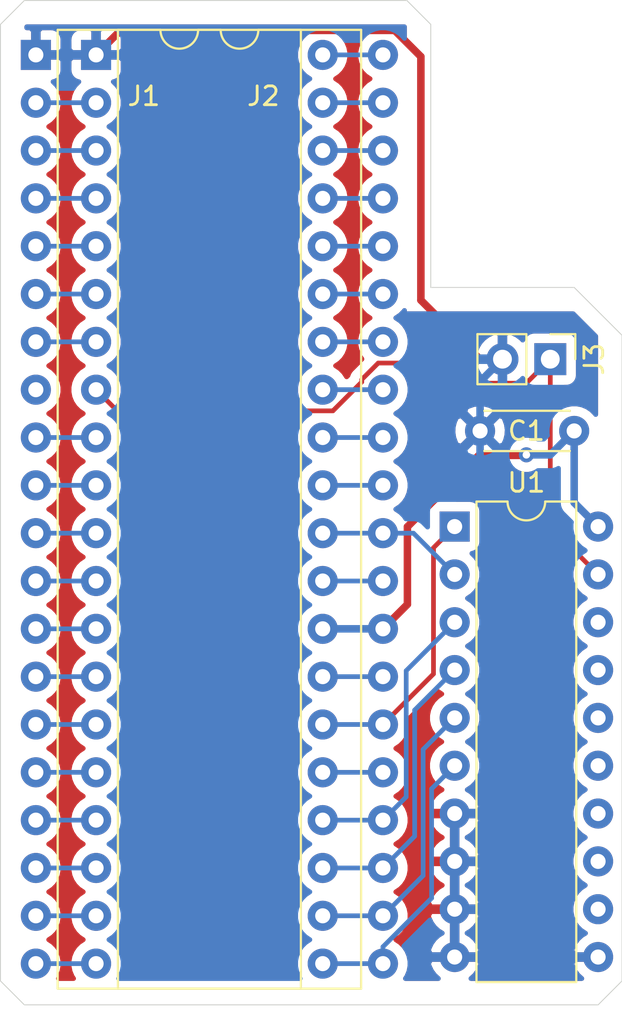
<source format=kicad_pcb>
(kicad_pcb (version 20171130) (host pcbnew "(5.1.7)-1")

  (general
    (thickness 1.6)
    (drawings 11)
    (tracks 99)
    (zones 0)
    (modules 5)
    (nets 49)
  )

  (page A4)
  (layers
    (0 F.Cu signal)
    (31 B.Cu signal)
    (32 B.Adhes user)
    (33 F.Adhes user)
    (34 B.Paste user)
    (35 F.Paste user)
    (36 B.SilkS user)
    (37 F.SilkS user)
    (38 B.Mask user)
    (39 F.Mask user)
    (40 Dwgs.User user)
    (41 Cmts.User user)
    (42 Eco1.User user)
    (43 Eco2.User user)
    (44 Edge.Cuts user)
    (45 Margin user)
    (46 B.CrtYd user)
    (47 F.CrtYd user)
    (48 B.Fab user)
    (49 F.Fab user)
  )

  (setup
    (last_trace_width 0.25)
    (trace_clearance 0.2)
    (zone_clearance 0.508)
    (zone_45_only no)
    (trace_min 0.2)
    (via_size 0.8)
    (via_drill 0.4)
    (via_min_size 0.4)
    (via_min_drill 0.3)
    (uvia_size 0.3)
    (uvia_drill 0.1)
    (uvias_allowed no)
    (uvia_min_size 0.2)
    (uvia_min_drill 0.1)
    (edge_width 0.05)
    (segment_width 0.2)
    (pcb_text_width 0.3)
    (pcb_text_size 1.5 1.5)
    (mod_edge_width 0.12)
    (mod_text_size 1 1)
    (mod_text_width 0.15)
    (pad_size 1.524 1.524)
    (pad_drill 0.762)
    (pad_to_mask_clearance 0)
    (aux_axis_origin 0 0)
    (visible_elements FFFFFF7F)
    (pcbplotparams
      (layerselection 0x010fc_ffffffff)
      (usegerberextensions false)
      (usegerberattributes true)
      (usegerberadvancedattributes true)
      (creategerberjobfile true)
      (excludeedgelayer true)
      (linewidth 0.100000)
      (plotframeref false)
      (viasonmask false)
      (mode 1)
      (useauxorigin false)
      (hpglpennumber 1)
      (hpglpenspeed 20)
      (hpglpendiameter 15.000000)
      (psnegative false)
      (psa4output false)
      (plotreference true)
      (plotvalue true)
      (plotinvisibletext false)
      (padsonsilk false)
      (subtractmaskfromsilk false)
      (outputformat 1)
      (mirror false)
      (drillshape 1)
      (scaleselection 1)
      (outputdirectory ""))
  )

  (net 0 "")
  (net 1 GND)
  (net 2 VCC)
  (net 3 /H0)
  (net 4 /ORA3)
  (net 5 /~SYNC)
  (net 6 /ORA2)
  (net 7 /~WNDW)
  (net 8 /ORA1)
  (net 9 /~CLRGAT)
  (net 10 /ORA0)
  (net 11 /~RAI0)
  (net 12 /~IRQ)
  (net 13 /~RA9)
  (net 14 /~RESET)
  (net 15 /VID6)
  (net 16 /RW)
  (net 17 /VID7)
  (net 18 /AN3)
  (net 19 /IKSTRB)
  (net 20 /AN2)
  (net 21 /IAKD)
  (net 22 /AN1)
  (net 23 /~C0XX)
  (net 24 /AN0)
  (net 25 /A6)
  (net 26 /MD7)
  (net 27 /SPKR)
  (net 28 /Q3)
  (net 29 /CASS0)
  (net 30 /PHI0)
  (net 31 /~80COL)
  (net 32 /~PRAS)
  (net 33 /SEGC)
  (net 34 /ORA7)
  (net 35 /SEGB)
  (net 36 /ORA6)
  (net 37 /SEGA)
  (net 38 /ORA5)
  (net 39 /LGR)
  (net 40 /ORA4)
  (net 41 /N_SPKR)
  (net 42 "Net-(U1-Pad18)")
  (net 43 "Net-(U1-Pad17)")
  (net 44 "Net-(U1-Pad16)")
  (net 45 "Net-(U1-Pad15)")
  (net 46 "Net-(U1-Pad14)")
  (net 47 "Net-(U1-Pad13)")
  (net 48 "Net-(U1-Pad12)")

  (net_class Default "This is the default net class."
    (clearance 0.2)
    (trace_width 0.25)
    (via_dia 0.8)
    (via_drill 0.4)
    (uvia_dia 0.3)
    (uvia_drill 0.1)
    (add_net /A6)
    (add_net /AN0)
    (add_net /AN1)
    (add_net /AN2)
    (add_net /AN3)
    (add_net /CASS0)
    (add_net /H0)
    (add_net /IAKD)
    (add_net /IKSTRB)
    (add_net /LGR)
    (add_net /MD7)
    (add_net /N_SPKR)
    (add_net /ORA0)
    (add_net /ORA1)
    (add_net /ORA2)
    (add_net /ORA3)
    (add_net /ORA4)
    (add_net /ORA5)
    (add_net /ORA6)
    (add_net /ORA7)
    (add_net /PHI0)
    (add_net /Q3)
    (add_net /RW)
    (add_net /SEGA)
    (add_net /SEGB)
    (add_net /SEGC)
    (add_net /SPKR)
    (add_net /VID6)
    (add_net /VID7)
    (add_net /~80COL)
    (add_net /~C0XX)
    (add_net /~CLRGAT)
    (add_net /~IRQ)
    (add_net /~PRAS)
    (add_net /~RA9)
    (add_net /~RAI0)
    (add_net /~RESET)
    (add_net /~SYNC)
    (add_net /~WNDW)
    (add_net "Net-(U1-Pad12)")
    (add_net "Net-(U1-Pad13)")
    (add_net "Net-(U1-Pad14)")
    (add_net "Net-(U1-Pad15)")
    (add_net "Net-(U1-Pad16)")
    (add_net "Net-(U1-Pad17)")
    (add_net "Net-(U1-Pad18)")
  )

  (net_class Power ""
    (clearance 0.3)
    (trace_width 0.4)
    (via_dia 0.8)
    (via_drill 0.4)
    (uvia_dia 0.3)
    (uvia_drill 0.1)
    (add_net GND)
    (add_net VCC)
  )

  (module Package_DIP:DIP-20_W7.62mm (layer F.Cu) (tedit 5A02E8C5) (tstamp 5F8C4158)
    (at 60.96 53.34)
    (descr "20-lead though-hole mounted DIP package, row spacing 7.62 mm (300 mils)")
    (tags "THT DIP DIL PDIP 2.54mm 7.62mm 300mil")
    (path /5F92C8C7)
    (fp_text reference U1 (at 3.81 -2.33) (layer F.SilkS)
      (effects (font (size 1 1) (thickness 0.15)))
    )
    (fp_text value GAL16V8 (at 3.81 25.19) (layer F.Fab)
      (effects (font (size 1 1) (thickness 0.15)))
    )
    (fp_text user %R (at 3.81 11.43) (layer F.Fab)
      (effects (font (size 1 1) (thickness 0.15)))
    )
    (fp_arc (start 3.81 -1.33) (end 2.81 -1.33) (angle -180) (layer F.SilkS) (width 0.12))
    (fp_line (start 1.635 -1.27) (end 6.985 -1.27) (layer F.Fab) (width 0.1))
    (fp_line (start 6.985 -1.27) (end 6.985 24.13) (layer F.Fab) (width 0.1))
    (fp_line (start 6.985 24.13) (end 0.635 24.13) (layer F.Fab) (width 0.1))
    (fp_line (start 0.635 24.13) (end 0.635 -0.27) (layer F.Fab) (width 0.1))
    (fp_line (start 0.635 -0.27) (end 1.635 -1.27) (layer F.Fab) (width 0.1))
    (fp_line (start 2.81 -1.33) (end 1.16 -1.33) (layer F.SilkS) (width 0.12))
    (fp_line (start 1.16 -1.33) (end 1.16 24.19) (layer F.SilkS) (width 0.12))
    (fp_line (start 1.16 24.19) (end 6.46 24.19) (layer F.SilkS) (width 0.12))
    (fp_line (start 6.46 24.19) (end 6.46 -1.33) (layer F.SilkS) (width 0.12))
    (fp_line (start 6.46 -1.33) (end 4.81 -1.33) (layer F.SilkS) (width 0.12))
    (fp_line (start -1.1 -1.55) (end -1.1 24.4) (layer F.CrtYd) (width 0.05))
    (fp_line (start -1.1 24.4) (end 8.7 24.4) (layer F.CrtYd) (width 0.05))
    (fp_line (start 8.7 24.4) (end 8.7 -1.55) (layer F.CrtYd) (width 0.05))
    (fp_line (start 8.7 -1.55) (end -1.1 -1.55) (layer F.CrtYd) (width 0.05))
    (pad 20 thru_hole oval (at 7.62 0) (size 1.6 1.6) (drill 0.8) (layers *.Cu *.Mask)
      (net 2 VCC))
    (pad 10 thru_hole oval (at 0 22.86) (size 1.6 1.6) (drill 0.8) (layers *.Cu *.Mask)
      (net 1 GND))
    (pad 19 thru_hole oval (at 7.62 2.54) (size 1.6 1.6) (drill 0.8) (layers *.Cu *.Mask)
      (net 41 /N_SPKR))
    (pad 9 thru_hole oval (at 0 20.32) (size 1.6 1.6) (drill 0.8) (layers *.Cu *.Mask)
      (net 1 GND))
    (pad 18 thru_hole oval (at 7.62 5.08) (size 1.6 1.6) (drill 0.8) (layers *.Cu *.Mask)
      (net 42 "Net-(U1-Pad18)"))
    (pad 8 thru_hole oval (at 0 17.78) (size 1.6 1.6) (drill 0.8) (layers *.Cu *.Mask)
      (net 1 GND))
    (pad 17 thru_hole oval (at 7.62 7.62) (size 1.6 1.6) (drill 0.8) (layers *.Cu *.Mask)
      (net 43 "Net-(U1-Pad17)"))
    (pad 7 thru_hole oval (at 0 15.24) (size 1.6 1.6) (drill 0.8) (layers *.Cu *.Mask)
      (net 1 GND))
    (pad 16 thru_hole oval (at 7.62 10.16) (size 1.6 1.6) (drill 0.8) (layers *.Cu *.Mask)
      (net 44 "Net-(U1-Pad16)"))
    (pad 6 thru_hole oval (at 0 12.7) (size 1.6 1.6) (drill 0.8) (layers *.Cu *.Mask)
      (net 40 /ORA4))
    (pad 15 thru_hole oval (at 7.62 12.7) (size 1.6 1.6) (drill 0.8) (layers *.Cu *.Mask)
      (net 45 "Net-(U1-Pad15)"))
    (pad 5 thru_hole oval (at 0 10.16) (size 1.6 1.6) (drill 0.8) (layers *.Cu *.Mask)
      (net 38 /ORA5))
    (pad 14 thru_hole oval (at 7.62 15.24) (size 1.6 1.6) (drill 0.8) (layers *.Cu *.Mask)
      (net 46 "Net-(U1-Pad14)"))
    (pad 4 thru_hole oval (at 0 7.62) (size 1.6 1.6) (drill 0.8) (layers *.Cu *.Mask)
      (net 36 /ORA6))
    (pad 13 thru_hole oval (at 7.62 17.78) (size 1.6 1.6) (drill 0.8) (layers *.Cu *.Mask)
      (net 47 "Net-(U1-Pad13)"))
    (pad 3 thru_hole oval (at 0 5.08) (size 1.6 1.6) (drill 0.8) (layers *.Cu *.Mask)
      (net 34 /ORA7))
    (pad 12 thru_hole oval (at 7.62 20.32) (size 1.6 1.6) (drill 0.8) (layers *.Cu *.Mask)
      (net 48 "Net-(U1-Pad12)"))
    (pad 2 thru_hole oval (at 0 2.54) (size 1.6 1.6) (drill 0.8) (layers *.Cu *.Mask)
      (net 23 /~C0XX))
    (pad 11 thru_hole oval (at 7.62 22.86) (size 1.6 1.6) (drill 0.8) (layers *.Cu *.Mask)
      (net 1 GND))
    (pad 1 thru_hole rect (at 0 0) (size 1.6 1.6) (drill 0.8) (layers *.Cu *.Mask)
      (net 30 /PHI0))
    (model ${KISYS3DMOD}/Package_DIP.3dshapes/DIP-20_W7.62mm.wrl
      (at (xyz 0 0 0))
      (scale (xyz 1 1 1))
      (rotate (xyz 0 0 0))
    )
  )

  (module Connector_PinHeader_2.54mm:PinHeader_1x02_P2.54mm_Vertical (layer F.Cu) (tedit 59FED5CC) (tstamp 5F8C4130)
    (at 66.04 44.45 270)
    (descr "Through hole straight pin header, 1x02, 2.54mm pitch, single row")
    (tags "Through hole pin header THT 1x02 2.54mm single row")
    (path /5F90AF40)
    (fp_text reference J3 (at 0 -2.33 90) (layer F.SilkS)
      (effects (font (size 1 1) (thickness 0.15)))
    )
    (fp_text value Test (at 0 4.87 90) (layer F.Fab)
      (effects (font (size 1 1) (thickness 0.15)))
    )
    (fp_text user %R (at 0 1.27) (layer F.Fab)
      (effects (font (size 1 1) (thickness 0.15)))
    )
    (fp_line (start -0.635 -1.27) (end 1.27 -1.27) (layer F.Fab) (width 0.1))
    (fp_line (start 1.27 -1.27) (end 1.27 3.81) (layer F.Fab) (width 0.1))
    (fp_line (start 1.27 3.81) (end -1.27 3.81) (layer F.Fab) (width 0.1))
    (fp_line (start -1.27 3.81) (end -1.27 -0.635) (layer F.Fab) (width 0.1))
    (fp_line (start -1.27 -0.635) (end -0.635 -1.27) (layer F.Fab) (width 0.1))
    (fp_line (start -1.33 3.87) (end 1.33 3.87) (layer F.SilkS) (width 0.12))
    (fp_line (start -1.33 1.27) (end -1.33 3.87) (layer F.SilkS) (width 0.12))
    (fp_line (start 1.33 1.27) (end 1.33 3.87) (layer F.SilkS) (width 0.12))
    (fp_line (start -1.33 1.27) (end 1.33 1.27) (layer F.SilkS) (width 0.12))
    (fp_line (start -1.33 0) (end -1.33 -1.33) (layer F.SilkS) (width 0.12))
    (fp_line (start -1.33 -1.33) (end 0 -1.33) (layer F.SilkS) (width 0.12))
    (fp_line (start -1.8 -1.8) (end -1.8 4.35) (layer F.CrtYd) (width 0.05))
    (fp_line (start -1.8 4.35) (end 1.8 4.35) (layer F.CrtYd) (width 0.05))
    (fp_line (start 1.8 4.35) (end 1.8 -1.8) (layer F.CrtYd) (width 0.05))
    (fp_line (start 1.8 -1.8) (end -1.8 -1.8) (layer F.CrtYd) (width 0.05))
    (pad 2 thru_hole oval (at 0 2.54 270) (size 1.7 1.7) (drill 1) (layers *.Cu *.Mask)
      (net 1 GND))
    (pad 1 thru_hole rect (at 0 0 270) (size 1.7 1.7) (drill 1) (layers *.Cu *.Mask)
      (net 41 /N_SPKR))
    (model ${KISYS3DMOD}/Connector_PinHeader_2.54mm.3dshapes/PinHeader_1x02_P2.54mm_Vertical.wrl
      (at (xyz 0 0 0))
      (scale (xyz 1 1 1))
      (rotate (xyz 0 0 0))
    )
  )

  (module Package_DIP:DIP-40_W15.24mm (layer F.Cu) (tedit 5A02E8C5) (tstamp 5F8C411A)
    (at 41.91 28.29)
    (descr "40-lead though-hole mounted DIP package, row spacing 15.24 mm (600 mils)")
    (tags "THT DIP DIL PDIP 2.54mm 15.24mm 600mil")
    (path /5F8C3C85)
    (fp_text reference J2 (at 8.89 2.19) (layer F.SilkS)
      (effects (font (size 1 1) (thickness 0.15)))
    )
    (fp_text value PCB_Socket (at 7.62 50.59) (layer F.Fab)
      (effects (font (size 1 1) (thickness 0.15)))
    )
    (fp_text user %R (at 7.62 24.13) (layer F.Fab)
      (effects (font (size 1 1) (thickness 0.15)))
    )
    (fp_arc (start 7.62 -1.33) (end 6.62 -1.33) (angle -180) (layer F.SilkS) (width 0.12))
    (fp_line (start 1.255 -1.27) (end 14.985 -1.27) (layer F.Fab) (width 0.1))
    (fp_line (start 14.985 -1.27) (end 14.985 49.53) (layer F.Fab) (width 0.1))
    (fp_line (start 14.985 49.53) (end 0.255 49.53) (layer F.Fab) (width 0.1))
    (fp_line (start 0.255 49.53) (end 0.255 -0.27) (layer F.Fab) (width 0.1))
    (fp_line (start 0.255 -0.27) (end 1.255 -1.27) (layer F.Fab) (width 0.1))
    (fp_line (start 6.62 -1.33) (end 1.16 -1.33) (layer F.SilkS) (width 0.12))
    (fp_line (start 1.16 -1.33) (end 1.16 49.59) (layer F.SilkS) (width 0.12))
    (fp_line (start 1.16 49.59) (end 14.08 49.59) (layer F.SilkS) (width 0.12))
    (fp_line (start 14.08 49.59) (end 14.08 -1.33) (layer F.SilkS) (width 0.12))
    (fp_line (start 14.08 -1.33) (end 8.62 -1.33) (layer F.SilkS) (width 0.12))
    (fp_line (start -1.05 -1.55) (end -1.05 49.8) (layer F.CrtYd) (width 0.05))
    (fp_line (start -1.05 49.8) (end 16.3 49.8) (layer F.CrtYd) (width 0.05))
    (fp_line (start 16.3 49.8) (end 16.3 -1.55) (layer F.CrtYd) (width 0.05))
    (fp_line (start 16.3 -1.55) (end -1.05 -1.55) (layer F.CrtYd) (width 0.05))
    (pad 40 thru_hole oval (at 15.24 0) (size 1.6 1.6) (drill 0.8) (layers *.Cu *.Mask)
      (net 3 /H0))
    (pad 20 thru_hole oval (at 0 48.26) (size 1.6 1.6) (drill 0.8) (layers *.Cu *.Mask)
      (net 4 /ORA3))
    (pad 39 thru_hole oval (at 15.24 2.54) (size 1.6 1.6) (drill 0.8) (layers *.Cu *.Mask)
      (net 5 /~SYNC))
    (pad 19 thru_hole oval (at 0 45.72) (size 1.6 1.6) (drill 0.8) (layers *.Cu *.Mask)
      (net 6 /ORA2))
    (pad 38 thru_hole oval (at 15.24 5.08) (size 1.6 1.6) (drill 0.8) (layers *.Cu *.Mask)
      (net 7 /~WNDW))
    (pad 18 thru_hole oval (at 0 43.18) (size 1.6 1.6) (drill 0.8) (layers *.Cu *.Mask)
      (net 8 /ORA1))
    (pad 37 thru_hole oval (at 15.24 7.62) (size 1.6 1.6) (drill 0.8) (layers *.Cu *.Mask)
      (net 9 /~CLRGAT))
    (pad 17 thru_hole oval (at 0 40.64) (size 1.6 1.6) (drill 0.8) (layers *.Cu *.Mask)
      (net 10 /ORA0))
    (pad 36 thru_hole oval (at 15.24 10.16) (size 1.6 1.6) (drill 0.8) (layers *.Cu *.Mask)
      (net 11 /~RAI0))
    (pad 16 thru_hole oval (at 0 38.1) (size 1.6 1.6) (drill 0.8) (layers *.Cu *.Mask)
      (net 12 /~IRQ))
    (pad 35 thru_hole oval (at 15.24 12.7) (size 1.6 1.6) (drill 0.8) (layers *.Cu *.Mask)
      (net 13 /~RA9))
    (pad 15 thru_hole oval (at 0 35.56) (size 1.6 1.6) (drill 0.8) (layers *.Cu *.Mask)
      (net 14 /~RESET))
    (pad 34 thru_hole oval (at 15.24 15.24) (size 1.6 1.6) (drill 0.8) (layers *.Cu *.Mask)
      (net 15 /VID6))
    (pad 14 thru_hole oval (at 0 33.02) (size 1.6 1.6) (drill 0.8) (layers *.Cu *.Mask)
      (net 16 /RW))
    (pad 33 thru_hole oval (at 15.24 17.78) (size 1.6 1.6) (drill 0.8) (layers *.Cu *.Mask)
      (net 17 /VID7))
    (pad 13 thru_hole oval (at 0 30.48) (size 1.6 1.6) (drill 0.8) (layers *.Cu *.Mask)
      (net 18 /AN3))
    (pad 32 thru_hole oval (at 15.24 20.32) (size 1.6 1.6) (drill 0.8) (layers *.Cu *.Mask)
      (net 19 /IKSTRB))
    (pad 12 thru_hole oval (at 0 27.94) (size 1.6 1.6) (drill 0.8) (layers *.Cu *.Mask)
      (net 20 /AN2))
    (pad 31 thru_hole oval (at 15.24 22.86) (size 1.6 1.6) (drill 0.8) (layers *.Cu *.Mask)
      (net 21 /IAKD))
    (pad 11 thru_hole oval (at 0 25.4) (size 1.6 1.6) (drill 0.8) (layers *.Cu *.Mask)
      (net 22 /AN1))
    (pad 30 thru_hole oval (at 15.24 25.4) (size 1.6 1.6) (drill 0.8) (layers *.Cu *.Mask)
      (net 23 /~C0XX))
    (pad 10 thru_hole oval (at 0 22.86) (size 1.6 1.6) (drill 0.8) (layers *.Cu *.Mask)
      (net 24 /AN0))
    (pad 29 thru_hole oval (at 15.24 27.94) (size 1.6 1.6) (drill 0.8) (layers *.Cu *.Mask)
      (net 25 /A6))
    (pad 9 thru_hole oval (at 0 20.32) (size 1.6 1.6) (drill 0.8) (layers *.Cu *.Mask)
      (net 26 /MD7))
    (pad 28 thru_hole oval (at 15.24 30.48) (size 1.6 1.6) (drill 0.8) (layers *.Cu *.Mask)
      (net 2 VCC))
    (pad 8 thru_hole oval (at 0 17.78) (size 1.6 1.6) (drill 0.8) (layers *.Cu *.Mask)
      (net 41 /N_SPKR))
    (pad 27 thru_hole oval (at 15.24 33.02) (size 1.6 1.6) (drill 0.8) (layers *.Cu *.Mask)
      (net 28 /Q3))
    (pad 7 thru_hole oval (at 0 15.24) (size 1.6 1.6) (drill 0.8) (layers *.Cu *.Mask)
      (net 29 /CASS0))
    (pad 26 thru_hole oval (at 15.24 35.56) (size 1.6 1.6) (drill 0.8) (layers *.Cu *.Mask)
      (net 30 /PHI0))
    (pad 6 thru_hole oval (at 0 12.7) (size 1.6 1.6) (drill 0.8) (layers *.Cu *.Mask)
      (net 31 /~80COL))
    (pad 25 thru_hole oval (at 15.24 38.1) (size 1.6 1.6) (drill 0.8) (layers *.Cu *.Mask)
      (net 32 /~PRAS))
    (pad 5 thru_hole oval (at 0 10.16) (size 1.6 1.6) (drill 0.8) (layers *.Cu *.Mask)
      (net 33 /SEGC))
    (pad 24 thru_hole oval (at 15.24 40.64) (size 1.6 1.6) (drill 0.8) (layers *.Cu *.Mask)
      (net 34 /ORA7))
    (pad 4 thru_hole oval (at 0 7.62) (size 1.6 1.6) (drill 0.8) (layers *.Cu *.Mask)
      (net 35 /SEGB))
    (pad 23 thru_hole oval (at 15.24 43.18) (size 1.6 1.6) (drill 0.8) (layers *.Cu *.Mask)
      (net 36 /ORA6))
    (pad 3 thru_hole oval (at 0 5.08) (size 1.6 1.6) (drill 0.8) (layers *.Cu *.Mask)
      (net 37 /SEGA))
    (pad 22 thru_hole oval (at 15.24 45.72) (size 1.6 1.6) (drill 0.8) (layers *.Cu *.Mask)
      (net 38 /ORA5))
    (pad 2 thru_hole oval (at 0 2.54) (size 1.6 1.6) (drill 0.8) (layers *.Cu *.Mask)
      (net 39 /LGR))
    (pad 21 thru_hole oval (at 15.24 48.26) (size 1.6 1.6) (drill 0.8) (layers *.Cu *.Mask)
      (net 40 /ORA4))
    (pad 1 thru_hole rect (at 0 0) (size 1.6 1.6) (drill 0.8) (layers *.Cu *.Mask)
      (net 1 GND))
    (model ${KISYS3DMOD}/Package_DIP.3dshapes/DIP-40_W15.24mm.wrl
      (at (xyz 0 0 0))
      (scale (xyz 1 1 1))
      (rotate (xyz 0 0 0))
    )
  )

  (module Package_DIP:DIP-40_W15.24mm (layer F.Cu) (tedit 5A02E8C5) (tstamp 5F8C40DE)
    (at 38.71 28.29)
    (descr "40-lead though-hole mounted DIP package, row spacing 15.24 mm (600 mils)")
    (tags "THT DIP DIL PDIP 2.54mm 15.24mm 600mil")
    (path /5F8C20B1)
    (fp_text reference J1 (at 5.74 2.19) (layer F.SilkS)
      (effects (font (size 1 1) (thickness 0.15)))
    )
    (fp_text value IOU_Socket (at 7.62 50.59) (layer F.Fab)
      (effects (font (size 1 1) (thickness 0.15)))
    )
    (fp_text user %R (at 7.62 24.13) (layer F.Fab)
      (effects (font (size 1 1) (thickness 0.15)))
    )
    (fp_arc (start 7.62 -1.33) (end 6.62 -1.33) (angle -180) (layer F.SilkS) (width 0.12))
    (fp_line (start 1.255 -1.27) (end 14.985 -1.27) (layer F.Fab) (width 0.1))
    (fp_line (start 14.985 -1.27) (end 14.985 49.53) (layer F.Fab) (width 0.1))
    (fp_line (start 14.985 49.53) (end 0.255 49.53) (layer F.Fab) (width 0.1))
    (fp_line (start 0.255 49.53) (end 0.255 -0.27) (layer F.Fab) (width 0.1))
    (fp_line (start 0.255 -0.27) (end 1.255 -1.27) (layer F.Fab) (width 0.1))
    (fp_line (start 6.62 -1.33) (end 1.16 -1.33) (layer F.SilkS) (width 0.12))
    (fp_line (start 1.16 -1.33) (end 1.16 49.59) (layer F.SilkS) (width 0.12))
    (fp_line (start 1.16 49.59) (end 14.08 49.59) (layer F.SilkS) (width 0.12))
    (fp_line (start 14.08 49.59) (end 14.08 -1.33) (layer F.SilkS) (width 0.12))
    (fp_line (start 14.08 -1.33) (end 8.62 -1.33) (layer F.SilkS) (width 0.12))
    (fp_line (start -1.05 -1.55) (end -1.05 49.8) (layer F.CrtYd) (width 0.05))
    (fp_line (start -1.05 49.8) (end 16.3 49.8) (layer F.CrtYd) (width 0.05))
    (fp_line (start 16.3 49.8) (end 16.3 -1.55) (layer F.CrtYd) (width 0.05))
    (fp_line (start 16.3 -1.55) (end -1.05 -1.55) (layer F.CrtYd) (width 0.05))
    (pad 40 thru_hole oval (at 15.24 0) (size 1.6 1.6) (drill 0.8) (layers *.Cu *.Mask)
      (net 3 /H0))
    (pad 20 thru_hole oval (at 0 48.26) (size 1.6 1.6) (drill 0.8) (layers *.Cu *.Mask)
      (net 4 /ORA3))
    (pad 39 thru_hole oval (at 15.24 2.54) (size 1.6 1.6) (drill 0.8) (layers *.Cu *.Mask)
      (net 5 /~SYNC))
    (pad 19 thru_hole oval (at 0 45.72) (size 1.6 1.6) (drill 0.8) (layers *.Cu *.Mask)
      (net 6 /ORA2))
    (pad 38 thru_hole oval (at 15.24 5.08) (size 1.6 1.6) (drill 0.8) (layers *.Cu *.Mask)
      (net 7 /~WNDW))
    (pad 18 thru_hole oval (at 0 43.18) (size 1.6 1.6) (drill 0.8) (layers *.Cu *.Mask)
      (net 8 /ORA1))
    (pad 37 thru_hole oval (at 15.24 7.62) (size 1.6 1.6) (drill 0.8) (layers *.Cu *.Mask)
      (net 9 /~CLRGAT))
    (pad 17 thru_hole oval (at 0 40.64) (size 1.6 1.6) (drill 0.8) (layers *.Cu *.Mask)
      (net 10 /ORA0))
    (pad 36 thru_hole oval (at 15.24 10.16) (size 1.6 1.6) (drill 0.8) (layers *.Cu *.Mask)
      (net 11 /~RAI0))
    (pad 16 thru_hole oval (at 0 38.1) (size 1.6 1.6) (drill 0.8) (layers *.Cu *.Mask)
      (net 12 /~IRQ))
    (pad 35 thru_hole oval (at 15.24 12.7) (size 1.6 1.6) (drill 0.8) (layers *.Cu *.Mask)
      (net 13 /~RA9))
    (pad 15 thru_hole oval (at 0 35.56) (size 1.6 1.6) (drill 0.8) (layers *.Cu *.Mask)
      (net 14 /~RESET))
    (pad 34 thru_hole oval (at 15.24 15.24) (size 1.6 1.6) (drill 0.8) (layers *.Cu *.Mask)
      (net 15 /VID6))
    (pad 14 thru_hole oval (at 0 33.02) (size 1.6 1.6) (drill 0.8) (layers *.Cu *.Mask)
      (net 16 /RW))
    (pad 33 thru_hole oval (at 15.24 17.78) (size 1.6 1.6) (drill 0.8) (layers *.Cu *.Mask)
      (net 17 /VID7))
    (pad 13 thru_hole oval (at 0 30.48) (size 1.6 1.6) (drill 0.8) (layers *.Cu *.Mask)
      (net 18 /AN3))
    (pad 32 thru_hole oval (at 15.24 20.32) (size 1.6 1.6) (drill 0.8) (layers *.Cu *.Mask)
      (net 19 /IKSTRB))
    (pad 12 thru_hole oval (at 0 27.94) (size 1.6 1.6) (drill 0.8) (layers *.Cu *.Mask)
      (net 20 /AN2))
    (pad 31 thru_hole oval (at 15.24 22.86) (size 1.6 1.6) (drill 0.8) (layers *.Cu *.Mask)
      (net 21 /IAKD))
    (pad 11 thru_hole oval (at 0 25.4) (size 1.6 1.6) (drill 0.8) (layers *.Cu *.Mask)
      (net 22 /AN1))
    (pad 30 thru_hole oval (at 15.24 25.4) (size 1.6 1.6) (drill 0.8) (layers *.Cu *.Mask)
      (net 23 /~C0XX))
    (pad 10 thru_hole oval (at 0 22.86) (size 1.6 1.6) (drill 0.8) (layers *.Cu *.Mask)
      (net 24 /AN0))
    (pad 29 thru_hole oval (at 15.24 27.94) (size 1.6 1.6) (drill 0.8) (layers *.Cu *.Mask)
      (net 25 /A6))
    (pad 9 thru_hole oval (at 0 20.32) (size 1.6 1.6) (drill 0.8) (layers *.Cu *.Mask)
      (net 26 /MD7))
    (pad 28 thru_hole oval (at 15.24 30.48) (size 1.6 1.6) (drill 0.8) (layers *.Cu *.Mask)
      (net 2 VCC))
    (pad 8 thru_hole oval (at 0 17.78) (size 1.6 1.6) (drill 0.8) (layers *.Cu *.Mask)
      (net 27 /SPKR))
    (pad 27 thru_hole oval (at 15.24 33.02) (size 1.6 1.6) (drill 0.8) (layers *.Cu *.Mask)
      (net 28 /Q3))
    (pad 7 thru_hole oval (at 0 15.24) (size 1.6 1.6) (drill 0.8) (layers *.Cu *.Mask)
      (net 29 /CASS0))
    (pad 26 thru_hole oval (at 15.24 35.56) (size 1.6 1.6) (drill 0.8) (layers *.Cu *.Mask)
      (net 30 /PHI0))
    (pad 6 thru_hole oval (at 0 12.7) (size 1.6 1.6) (drill 0.8) (layers *.Cu *.Mask)
      (net 31 /~80COL))
    (pad 25 thru_hole oval (at 15.24 38.1) (size 1.6 1.6) (drill 0.8) (layers *.Cu *.Mask)
      (net 32 /~PRAS))
    (pad 5 thru_hole oval (at 0 10.16) (size 1.6 1.6) (drill 0.8) (layers *.Cu *.Mask)
      (net 33 /SEGC))
    (pad 24 thru_hole oval (at 15.24 40.64) (size 1.6 1.6) (drill 0.8) (layers *.Cu *.Mask)
      (net 34 /ORA7))
    (pad 4 thru_hole oval (at 0 7.62) (size 1.6 1.6) (drill 0.8) (layers *.Cu *.Mask)
      (net 35 /SEGB))
    (pad 23 thru_hole oval (at 15.24 43.18) (size 1.6 1.6) (drill 0.8) (layers *.Cu *.Mask)
      (net 36 /ORA6))
    (pad 3 thru_hole oval (at 0 5.08) (size 1.6 1.6) (drill 0.8) (layers *.Cu *.Mask)
      (net 37 /SEGA))
    (pad 22 thru_hole oval (at 15.24 45.72) (size 1.6 1.6) (drill 0.8) (layers *.Cu *.Mask)
      (net 38 /ORA5))
    (pad 2 thru_hole oval (at 0 2.54) (size 1.6 1.6) (drill 0.8) (layers *.Cu *.Mask)
      (net 39 /LGR))
    (pad 21 thru_hole oval (at 15.24 48.26) (size 1.6 1.6) (drill 0.8) (layers *.Cu *.Mask)
      (net 40 /ORA4))
    (pad 1 thru_hole rect (at 0 0) (size 1.6 1.6) (drill 0.8) (layers *.Cu *.Mask)
      (net 1 GND))
    (model ${KISYS3DMOD}/Package_DIP.3dshapes/DIP-40_W15.24mm.wrl
      (at (xyz 0 0 0))
      (scale (xyz 1 1 1))
      (rotate (xyz 0 0 0))
    )
  )

  (module Capacitor_THT:C_Disc_D4.3mm_W1.9mm_P5.00mm (layer F.Cu) (tedit 5AE50EF0) (tstamp 5F8C40A2)
    (at 67.31 48.26 180)
    (descr "C, Disc series, Radial, pin pitch=5.00mm, , diameter*width=4.3*1.9mm^2, Capacitor, http://www.vishay.com/docs/45233/krseries.pdf")
    (tags "C Disc series Radial pin pitch 5.00mm  diameter 4.3mm width 1.9mm Capacitor")
    (path /5F900106)
    (fp_text reference C1 (at 2.54 0) (layer F.SilkS)
      (effects (font (size 1 1) (thickness 0.15)))
    )
    (fp_text value 100nF (at 2.5 2.2) (layer F.Fab)
      (effects (font (size 1 1) (thickness 0.15)))
    )
    (fp_text user %R (at 2.5 0) (layer F.Fab)
      (effects (font (size 0.86 0.86) (thickness 0.129)))
    )
    (fp_line (start 0.35 -0.95) (end 0.35 0.95) (layer F.Fab) (width 0.1))
    (fp_line (start 0.35 0.95) (end 4.65 0.95) (layer F.Fab) (width 0.1))
    (fp_line (start 4.65 0.95) (end 4.65 -0.95) (layer F.Fab) (width 0.1))
    (fp_line (start 4.65 -0.95) (end 0.35 -0.95) (layer F.Fab) (width 0.1))
    (fp_line (start 0.23 -1.07) (end 4.77 -1.07) (layer F.SilkS) (width 0.12))
    (fp_line (start 0.23 1.07) (end 4.77 1.07) (layer F.SilkS) (width 0.12))
    (fp_line (start 0.23 -1.07) (end 0.23 -1.055) (layer F.SilkS) (width 0.12))
    (fp_line (start 0.23 1.055) (end 0.23 1.07) (layer F.SilkS) (width 0.12))
    (fp_line (start 4.77 -1.07) (end 4.77 -1.055) (layer F.SilkS) (width 0.12))
    (fp_line (start 4.77 1.055) (end 4.77 1.07) (layer F.SilkS) (width 0.12))
    (fp_line (start -1.05 -1.2) (end -1.05 1.2) (layer F.CrtYd) (width 0.05))
    (fp_line (start -1.05 1.2) (end 6.05 1.2) (layer F.CrtYd) (width 0.05))
    (fp_line (start 6.05 1.2) (end 6.05 -1.2) (layer F.CrtYd) (width 0.05))
    (fp_line (start 6.05 -1.2) (end -1.05 -1.2) (layer F.CrtYd) (width 0.05))
    (pad 2 thru_hole circle (at 5 0 180) (size 1.6 1.6) (drill 0.8) (layers *.Cu *.Mask)
      (net 1 GND))
    (pad 1 thru_hole circle (at 0 0 180) (size 1.6 1.6) (drill 0.8) (layers *.Cu *.Mask)
      (net 2 VCC))
    (model ${KISYS3DMOD}/Capacitor_THT.3dshapes/C_Disc_D4.3mm_W1.9mm_P5.00mm.wrl
      (at (xyz 0 0 0))
      (scale (xyz 1 1 1))
      (rotate (xyz 0 0 0))
    )
  )

  (gr_line (start 36.83 26.67) (end 36.83 77.47) (layer Edge.Cuts) (width 0.05) (tstamp 5F8C499A))
  (gr_line (start 38.1 78.74) (end 36.83 77.47) (layer Edge.Cuts) (width 0.05))
  (gr_line (start 68.58 78.74) (end 38.1 78.74) (layer Edge.Cuts) (width 0.05))
  (gr_line (start 69.85 77.47) (end 68.58 78.74) (layer Edge.Cuts) (width 0.05))
  (gr_line (start 69.85 43.18) (end 69.85 77.47) (layer Edge.Cuts) (width 0.05))
  (gr_line (start 38.1 25.4) (end 36.83 26.67) (layer Edge.Cuts) (width 0.05) (tstamp 5F8C4989))
  (gr_line (start 58.42 25.4) (end 38.1 25.4) (layer Edge.Cuts) (width 0.05))
  (gr_line (start 59.69 26.67) (end 58.42 25.4) (layer Edge.Cuts) (width 0.05))
  (gr_line (start 59.69 40.64) (end 59.69 26.67) (layer Edge.Cuts) (width 0.05))
  (gr_line (start 67.31 40.64) (end 59.69 40.64) (layer Edge.Cuts) (width 0.05))
  (gr_line (start 69.85 43.18) (end 67.31 40.64) (layer Edge.Cuts) (width 0.05))

  (segment (start 63.5 76.2) (end 60.96 76.2) (width 0.4) (layer B.Cu) (net 1))
  (segment (start 64.77 74.93) (end 63.5 76.2) (width 0.4) (layer B.Cu) (net 1))
  (segment (start 62.31 49.61) (end 64.77 52.07) (width 0.4) (layer B.Cu) (net 1))
  (segment (start 62.31 48.26) (end 62.31 49.61) (width 0.4) (layer B.Cu) (net 1))
  (segment (start 64.77 74.93) (end 66.04 76.2) (width 0.4) (layer B.Cu) (net 1))
  (segment (start 66.04 76.2) (end 68.58 76.2) (width 0.4) (layer B.Cu) (net 1))
  (segment (start 60.96 73.66) (end 64.77 73.66) (width 0.4) (layer B.Cu) (net 1))
  (segment (start 64.77 73.66) (end 64.77 74.93) (width 0.4) (layer B.Cu) (net 1))
  (segment (start 60.96 71.12) (end 64.77 71.12) (width 0.4) (layer B.Cu) (net 1))
  (segment (start 64.77 71.12) (end 64.77 73.66) (width 0.4) (layer B.Cu) (net 1))
  (segment (start 60.96 68.58) (end 64.77 68.58) (width 0.4) (layer B.Cu) (net 1))
  (segment (start 64.77 68.58) (end 64.77 71.12) (width 0.4) (layer B.Cu) (net 1))
  (segment (start 64.77 52.07) (end 64.77 68.58) (width 0.4) (layer B.Cu) (net 1))
  (segment (start 62.31 45.64) (end 63.5 44.45) (width 0.4) (layer B.Cu) (net 1))
  (segment (start 62.31 48.26) (end 62.31 45.64) (width 0.4) (layer B.Cu) (net 1))
  (segment (start 38.71 28.29) (end 41.91 28.29) (width 0.4) (layer B.Cu) (net 1))
  (segment (start 62.297919 44.45) (end 63.5 44.45) (width 0.4) (layer F.Cu) (net 1))
  (segment (start 59.16499 41.317071) (end 62.297919 44.45) (width 0.4) (layer F.Cu) (net 1))
  (segment (start 59.16499 28.380988) (end 59.16499 41.317071) (width 0.4) (layer F.Cu) (net 1))
  (segment (start 57.774001 26.989999) (end 59.16499 28.380988) (width 0.4) (layer F.Cu) (net 1))
  (segment (start 43.210001 26.989999) (end 57.774001 26.989999) (width 0.4) (layer F.Cu) (net 1))
  (segment (start 41.91 28.29) (end 43.210001 26.989999) (width 0.4) (layer F.Cu) (net 1))
  (segment (start 67.31 52.07) (end 68.58 53.34) (width 0.4) (layer B.Cu) (net 2))
  (segment (start 67.31 48.26) (end 67.31 52.07) (width 0.4) (layer B.Cu) (net 2))
  (segment (start 53.95 58.77) (end 57.15 58.77) (width 0.4) (layer B.Cu) (net 2))
  (segment (start 62.239997 49.560001) (end 64.739999 49.560001) (width 0.4) (layer F.Cu) (net 2))
  (segment (start 58.450001 53.349997) (end 62.239997 49.560001) (width 0.4) (layer F.Cu) (net 2))
  (segment (start 58.450001 57.469999) (end 58.450001 53.349997) (width 0.4) (layer F.Cu) (net 2))
  (segment (start 57.15 58.77) (end 58.450001 57.469999) (width 0.4) (layer F.Cu) (net 2))
  (via (at 64.77 49.53) (size 0.8) (drill 0.4) (layers F.Cu B.Cu) (net 2))
  (segment (start 64.739999 49.560001) (end 64.77 49.53) (width 0.4) (layer F.Cu) (net 2))
  (segment (start 66.04 49.53) (end 67.31 48.26) (width 0.4) (layer B.Cu) (net 2))
  (segment (start 64.77 49.53) (end 66.04 49.53) (width 0.4) (layer B.Cu) (net 2))
  (segment (start 53.95 28.29) (end 57.15 28.29) (width 0.25) (layer B.Cu) (net 3))
  (segment (start 41.91 76.55) (end 38.71 76.55) (width 0.25) (layer B.Cu) (net 4))
  (segment (start 53.95 30.83) (end 57.15 30.83) (width 0.25) (layer B.Cu) (net 5))
  (segment (start 41.91 74.01) (end 38.71 74.01) (width 0.25) (layer B.Cu) (net 6))
  (segment (start 53.95 33.37) (end 57.15 33.37) (width 0.25) (layer B.Cu) (net 7))
  (segment (start 41.91 71.47) (end 38.71 71.47) (width 0.25) (layer B.Cu) (net 8))
  (segment (start 53.95 35.91) (end 57.15 35.91) (width 0.25) (layer B.Cu) (net 9))
  (segment (start 41.91 68.93) (end 38.71 68.93) (width 0.25) (layer B.Cu) (net 10))
  (segment (start 53.95 38.45) (end 57.15 38.45) (width 0.25) (layer B.Cu) (net 11))
  (segment (start 41.91 66.39) (end 38.71 66.39) (width 0.25) (layer B.Cu) (net 12))
  (segment (start 53.95 40.99) (end 57.15 40.99) (width 0.25) (layer B.Cu) (net 13))
  (segment (start 41.91 63.85) (end 38.71 63.85) (width 0.25) (layer B.Cu) (net 14))
  (segment (start 53.95 43.53) (end 57.15 43.53) (width 0.25) (layer B.Cu) (net 15))
  (segment (start 41.91 61.31) (end 38.71 61.31) (width 0.25) (layer B.Cu) (net 16))
  (segment (start 53.95 46.07) (end 57.15 46.07) (width 0.25) (layer B.Cu) (net 17))
  (segment (start 41.91 58.77) (end 38.71 58.77) (width 0.25) (layer B.Cu) (net 18))
  (segment (start 53.95 48.61) (end 57.15 48.61) (width 0.25) (layer B.Cu) (net 19))
  (segment (start 41.91 56.23) (end 38.71 56.23) (width 0.25) (layer B.Cu) (net 20))
  (segment (start 53.95 51.15) (end 57.15 51.15) (width 0.25) (layer B.Cu) (net 21))
  (segment (start 41.91 53.69) (end 38.71 53.69) (width 0.25) (layer B.Cu) (net 22))
  (segment (start 53.95 53.69) (end 57.15 53.69) (width 0.25) (layer B.Cu) (net 23))
  (segment (start 58.77 53.69) (end 60.96 55.88) (width 0.25) (layer B.Cu) (net 23))
  (segment (start 57.15 53.69) (end 58.77 53.69) (width 0.25) (layer B.Cu) (net 23))
  (segment (start 41.91 51.15) (end 38.71 51.15) (width 0.25) (layer B.Cu) (net 24))
  (segment (start 53.95 56.23) (end 57.15 56.23) (width 0.25) (layer B.Cu) (net 25))
  (segment (start 41.91 48.61) (end 38.71 48.61) (width 0.25) (layer B.Cu) (net 26))
  (segment (start 53.95 61.31) (end 57.15 61.31) (width 0.25) (layer B.Cu) (net 28))
  (segment (start 41.91 43.53) (end 38.71 43.53) (width 0.25) (layer B.Cu) (net 29))
  (segment (start 53.95 63.85) (end 57.15 63.85) (width 0.25) (layer B.Cu) (net 30))
  (segment (start 59.834999 54.465001) (end 60.96 53.34) (width 0.25) (layer F.Cu) (net 30))
  (segment (start 59.834999 61.165001) (end 59.834999 54.465001) (width 0.25) (layer F.Cu) (net 30))
  (segment (start 57.15 63.85) (end 59.834999 61.165001) (width 0.25) (layer F.Cu) (net 30))
  (segment (start 41.91 40.99) (end 38.71 40.99) (width 0.25) (layer B.Cu) (net 31))
  (segment (start 53.95 66.39) (end 57.15 66.39) (width 0.25) (layer B.Cu) (net 32))
  (segment (start 41.91 38.45) (end 38.71 38.45) (width 0.25) (layer B.Cu) (net 33))
  (segment (start 53.95 68.93) (end 57.15 68.93) (width 0.25) (layer B.Cu) (net 34))
  (segment (start 58.384971 60.995029) (end 60.96 58.42) (width 0.25) (layer B.Cu) (net 34))
  (segment (start 58.384971 67.695029) (end 58.384971 60.995029) (width 0.25) (layer B.Cu) (net 34))
  (segment (start 57.15 68.93) (end 58.384971 67.695029) (width 0.25) (layer B.Cu) (net 34))
  (segment (start 41.91 35.91) (end 38.71 35.91) (width 0.25) (layer B.Cu) (net 35))
  (segment (start 53.95 71.47) (end 57.15 71.47) (width 0.25) (layer B.Cu) (net 36))
  (segment (start 58.83498 63.08502) (end 60.96 60.96) (width 0.25) (layer B.Cu) (net 36))
  (segment (start 58.83498 69.78502) (end 58.83498 63.08502) (width 0.25) (layer B.Cu) (net 36))
  (segment (start 57.15 71.47) (end 58.83498 69.78502) (width 0.25) (layer B.Cu) (net 36))
  (segment (start 41.91 33.37) (end 38.71 33.37) (width 0.25) (layer B.Cu) (net 37))
  (segment (start 53.95 74.01) (end 57.15 74.01) (width 0.25) (layer B.Cu) (net 38))
  (segment (start 59.28499 65.17501) (end 60.96 63.5) (width 0.25) (layer B.Cu) (net 38))
  (segment (start 59.28499 71.87501) (end 59.28499 65.17501) (width 0.25) (layer B.Cu) (net 38))
  (segment (start 57.15 74.01) (end 59.28499 71.87501) (width 0.25) (layer B.Cu) (net 38))
  (segment (start 41.91 30.83) (end 38.71 30.83) (width 0.25) (layer B.Cu) (net 39))
  (segment (start 53.95 76.55) (end 57.15 76.55) (width 0.25) (layer B.Cu) (net 40))
  (segment (start 59.734999 67.265001) (end 60.96 66.04) (width 0.25) (layer B.Cu) (net 40))
  (segment (start 59.734999 73.071999) (end 59.734999 67.265001) (width 0.25) (layer B.Cu) (net 40))
  (segment (start 57.15 75.656998) (end 59.734999 73.071999) (width 0.25) (layer B.Cu) (net 40))
  (segment (start 57.15 76.55) (end 57.15 75.656998) (width 0.25) (layer B.Cu) (net 40))
  (segment (start 64.764999 45.725001) (end 66.04 44.45) (width 0.25) (layer F.Cu) (net 41))
  (segment (start 62.689024 45.725001) (end 64.764999 45.725001) (width 0.25) (layer F.Cu) (net 41))
  (segment (start 56.899997 44.655001) (end 61.619024 44.655001) (width 0.25) (layer F.Cu) (net 41))
  (segment (start 56.024999 45.529999) (end 56.899997 44.655001) (width 0.25) (layer F.Cu) (net 41))
  (segment (start 56.024999 45.660003) (end 56.024999 45.529999) (width 0.25) (layer F.Cu) (net 41))
  (segment (start 54.490001 47.195001) (end 56.024999 45.660003) (width 0.25) (layer F.Cu) (net 41))
  (segment (start 61.619024 44.655001) (end 62.689024 45.725001) (width 0.25) (layer F.Cu) (net 41))
  (segment (start 43.035001 47.195001) (end 54.490001 47.195001) (width 0.25) (layer F.Cu) (net 41))
  (segment (start 41.91 46.07) (end 43.035001 47.195001) (width 0.25) (layer F.Cu) (net 41))
  (segment (start 66.04 53.34) (end 68.58 55.88) (width 0.25) (layer F.Cu) (net 41))
  (segment (start 66.04 44.45) (end 66.04 53.34) (width 0.25) (layer F.Cu) (net 41))

  (zone (net 1) (net_name GND) (layer B.Cu) (tstamp 0) (hatch edge 0.508)
    (connect_pads (clearance 0.508))
    (min_thickness 0.254)
    (fill yes (arc_segments 32) (thermal_gap 0.508) (thermal_bridge_width 0.508))
    (polygon
      (pts
        (xy 58.42 41.91) (xy 67.31 41.91) (xy 68.58 43.18) (xy 68.58 77.47) (xy 38.1 77.47)
        (xy 38.1 26.67) (xy 58.42 26.67)
      )
    )
    (filled_polygon
      (pts
        (xy 58.293 27.417689) (xy 58.264637 27.375241) (xy 58.064759 27.175363) (xy 57.829727 27.01832) (xy 57.568574 26.910147)
        (xy 57.291335 26.855) (xy 57.008665 26.855) (xy 56.731426 26.910147) (xy 56.470273 27.01832) (xy 56.235241 27.175363)
        (xy 56.035363 27.375241) (xy 55.931957 27.53) (xy 55.168043 27.53) (xy 55.064637 27.375241) (xy 54.864759 27.175363)
        (xy 54.629727 27.01832) (xy 54.368574 26.910147) (xy 54.091335 26.855) (xy 53.808665 26.855) (xy 53.531426 26.910147)
        (xy 53.270273 27.01832) (xy 53.035241 27.175363) (xy 52.835363 27.375241) (xy 52.67832 27.610273) (xy 52.570147 27.871426)
        (xy 52.515 28.148665) (xy 52.515 28.431335) (xy 52.570147 28.708574) (xy 52.67832 28.969727) (xy 52.835363 29.204759)
        (xy 53.035241 29.404637) (xy 53.267759 29.56) (xy 53.035241 29.715363) (xy 52.835363 29.915241) (xy 52.67832 30.150273)
        (xy 52.570147 30.411426) (xy 52.515 30.688665) (xy 52.515 30.971335) (xy 52.570147 31.248574) (xy 52.67832 31.509727)
        (xy 52.835363 31.744759) (xy 53.035241 31.944637) (xy 53.267759 32.1) (xy 53.035241 32.255363) (xy 52.835363 32.455241)
        (xy 52.67832 32.690273) (xy 52.570147 32.951426) (xy 52.515 33.228665) (xy 52.515 33.511335) (xy 52.570147 33.788574)
        (xy 52.67832 34.049727) (xy 52.835363 34.284759) (xy 53.035241 34.484637) (xy 53.267759 34.64) (xy 53.035241 34.795363)
        (xy 52.835363 34.995241) (xy 52.67832 35.230273) (xy 52.570147 35.491426) (xy 52.515 35.768665) (xy 52.515 36.051335)
        (xy 52.570147 36.328574) (xy 52.67832 36.589727) (xy 52.835363 36.824759) (xy 53.035241 37.024637) (xy 53.267759 37.18)
        (xy 53.035241 37.335363) (xy 52.835363 37.535241) (xy 52.67832 37.770273) (xy 52.570147 38.031426) (xy 52.515 38.308665)
        (xy 52.515 38.591335) (xy 52.570147 38.868574) (xy 52.67832 39.129727) (xy 52.835363 39.364759) (xy 53.035241 39.564637)
        (xy 53.267759 39.72) (xy 53.035241 39.875363) (xy 52.835363 40.075241) (xy 52.67832 40.310273) (xy 52.570147 40.571426)
        (xy 52.515 40.848665) (xy 52.515 41.131335) (xy 52.570147 41.408574) (xy 52.67832 41.669727) (xy 52.835363 41.904759)
        (xy 53.035241 42.104637) (xy 53.267759 42.26) (xy 53.035241 42.415363) (xy 52.835363 42.615241) (xy 52.67832 42.850273)
        (xy 52.570147 43.111426) (xy 52.515 43.388665) (xy 52.515 43.671335) (xy 52.570147 43.948574) (xy 52.67832 44.209727)
        (xy 52.835363 44.444759) (xy 53.035241 44.644637) (xy 53.267759 44.8) (xy 53.035241 44.955363) (xy 52.835363 45.155241)
        (xy 52.67832 45.390273) (xy 52.570147 45.651426) (xy 52.515 45.928665) (xy 52.515 46.211335) (xy 52.570147 46.488574)
        (xy 52.67832 46.749727) (xy 52.835363 46.984759) (xy 53.035241 47.184637) (xy 53.267759 47.34) (xy 53.035241 47.495363)
        (xy 52.835363 47.695241) (xy 52.67832 47.930273) (xy 52.570147 48.191426) (xy 52.515 48.468665) (xy 52.515 48.751335)
        (xy 52.570147 49.028574) (xy 52.67832 49.289727) (xy 52.835363 49.524759) (xy 53.035241 49.724637) (xy 53.267759 49.88)
        (xy 53.035241 50.035363) (xy 52.835363 50.235241) (xy 52.67832 50.470273) (xy 52.570147 50.731426) (xy 52.515 51.008665)
        (xy 52.515 51.291335) (xy 52.570147 51.568574) (xy 52.67832 51.829727) (xy 52.835363 52.064759) (xy 53.035241 52.264637)
        (xy 53.267759 52.42) (xy 53.035241 52.575363) (xy 52.835363 52.775241) (xy 52.67832 53.010273) (xy 52.570147 53.271426)
        (xy 52.515 53.548665) (xy 52.515 53.831335) (xy 52.570147 54.108574) (xy 52.67832 54.369727) (xy 52.835363 54.604759)
        (xy 53.035241 54.804637) (xy 53.267759 54.96) (xy 53.035241 55.115363) (xy 52.835363 55.315241) (xy 52.67832 55.550273)
        (xy 52.570147 55.811426) (xy 52.515 56.088665) (xy 52.515 56.371335) (xy 52.570147 56.648574) (xy 52.67832 56.909727)
        (xy 52.835363 57.144759) (xy 53.035241 57.344637) (xy 53.267759 57.5) (xy 53.035241 57.655363) (xy 52.835363 57.855241)
        (xy 52.67832 58.090273) (xy 52.570147 58.351426) (xy 52.515 58.628665) (xy 52.515 58.911335) (xy 52.570147 59.188574)
        (xy 52.67832 59.449727) (xy 52.835363 59.684759) (xy 53.035241 59.884637) (xy 53.267759 60.04) (xy 53.035241 60.195363)
        (xy 52.835363 60.395241) (xy 52.67832 60.630273) (xy 52.570147 60.891426) (xy 52.515 61.168665) (xy 52.515 61.451335)
        (xy 52.570147 61.728574) (xy 52.67832 61.989727) (xy 52.835363 62.224759) (xy 53.035241 62.424637) (xy 53.267759 62.58)
        (xy 53.035241 62.735363) (xy 52.835363 62.935241) (xy 52.67832 63.170273) (xy 52.570147 63.431426) (xy 52.515 63.708665)
        (xy 52.515 63.991335) (xy 52.570147 64.268574) (xy 52.67832 64.529727) (xy 52.835363 64.764759) (xy 53.035241 64.964637)
        (xy 53.267759 65.12) (xy 53.035241 65.275363) (xy 52.835363 65.475241) (xy 52.67832 65.710273) (xy 52.570147 65.971426)
        (xy 52.515 66.248665) (xy 52.515 66.531335) (xy 52.570147 66.808574) (xy 52.67832 67.069727) (xy 52.835363 67.304759)
        (xy 53.035241 67.504637) (xy 53.267759 67.66) (xy 53.035241 67.815363) (xy 52.835363 68.015241) (xy 52.67832 68.250273)
        (xy 52.570147 68.511426) (xy 52.515 68.788665) (xy 52.515 69.071335) (xy 52.570147 69.348574) (xy 52.67832 69.609727)
        (xy 52.835363 69.844759) (xy 53.035241 70.044637) (xy 53.267759 70.2) (xy 53.035241 70.355363) (xy 52.835363 70.555241)
        (xy 52.67832 70.790273) (xy 52.570147 71.051426) (xy 52.515 71.328665) (xy 52.515 71.611335) (xy 52.570147 71.888574)
        (xy 52.67832 72.149727) (xy 52.835363 72.384759) (xy 53.035241 72.584637) (xy 53.267759 72.74) (xy 53.035241 72.895363)
        (xy 52.835363 73.095241) (xy 52.67832 73.330273) (xy 52.570147 73.591426) (xy 52.515 73.868665) (xy 52.515 74.151335)
        (xy 52.570147 74.428574) (xy 52.67832 74.689727) (xy 52.835363 74.924759) (xy 53.035241 75.124637) (xy 53.267759 75.28)
        (xy 53.035241 75.435363) (xy 52.835363 75.635241) (xy 52.67832 75.870273) (xy 52.570147 76.131426) (xy 52.515 76.408665)
        (xy 52.515 76.691335) (xy 52.570147 76.968574) (xy 52.67832 77.229727) (xy 52.754006 77.343) (xy 43.105994 77.343)
        (xy 43.18168 77.229727) (xy 43.289853 76.968574) (xy 43.345 76.691335) (xy 43.345 76.408665) (xy 43.289853 76.131426)
        (xy 43.18168 75.870273) (xy 43.024637 75.635241) (xy 42.824759 75.435363) (xy 42.592241 75.28) (xy 42.824759 75.124637)
        (xy 43.024637 74.924759) (xy 43.18168 74.689727) (xy 43.289853 74.428574) (xy 43.345 74.151335) (xy 43.345 73.868665)
        (xy 43.289853 73.591426) (xy 43.18168 73.330273) (xy 43.024637 73.095241) (xy 42.824759 72.895363) (xy 42.592241 72.74)
        (xy 42.824759 72.584637) (xy 43.024637 72.384759) (xy 43.18168 72.149727) (xy 43.289853 71.888574) (xy 43.345 71.611335)
        (xy 43.345 71.328665) (xy 43.289853 71.051426) (xy 43.18168 70.790273) (xy 43.024637 70.555241) (xy 42.824759 70.355363)
        (xy 42.592241 70.2) (xy 42.824759 70.044637) (xy 43.024637 69.844759) (xy 43.18168 69.609727) (xy 43.289853 69.348574)
        (xy 43.345 69.071335) (xy 43.345 68.788665) (xy 43.289853 68.511426) (xy 43.18168 68.250273) (xy 43.024637 68.015241)
        (xy 42.824759 67.815363) (xy 42.592241 67.66) (xy 42.824759 67.504637) (xy 43.024637 67.304759) (xy 43.18168 67.069727)
        (xy 43.289853 66.808574) (xy 43.345 66.531335) (xy 43.345 66.248665) (xy 43.289853 65.971426) (xy 43.18168 65.710273)
        (xy 43.024637 65.475241) (xy 42.824759 65.275363) (xy 42.592241 65.12) (xy 42.824759 64.964637) (xy 43.024637 64.764759)
        (xy 43.18168 64.529727) (xy 43.289853 64.268574) (xy 43.345 63.991335) (xy 43.345 63.708665) (xy 43.289853 63.431426)
        (xy 43.18168 63.170273) (xy 43.024637 62.935241) (xy 42.824759 62.735363) (xy 42.592241 62.58) (xy 42.824759 62.424637)
        (xy 43.024637 62.224759) (xy 43.18168 61.989727) (xy 43.289853 61.728574) (xy 43.345 61.451335) (xy 43.345 61.168665)
        (xy 43.289853 60.891426) (xy 43.18168 60.630273) (xy 43.024637 60.395241) (xy 42.824759 60.195363) (xy 42.592241 60.04)
        (xy 42.824759 59.884637) (xy 43.024637 59.684759) (xy 43.18168 59.449727) (xy 43.289853 59.188574) (xy 43.345 58.911335)
        (xy 43.345 58.628665) (xy 43.289853 58.351426) (xy 43.18168 58.090273) (xy 43.024637 57.855241) (xy 42.824759 57.655363)
        (xy 42.592241 57.5) (xy 42.824759 57.344637) (xy 43.024637 57.144759) (xy 43.18168 56.909727) (xy 43.289853 56.648574)
        (xy 43.345 56.371335) (xy 43.345 56.088665) (xy 43.289853 55.811426) (xy 43.18168 55.550273) (xy 43.024637 55.315241)
        (xy 42.824759 55.115363) (xy 42.592241 54.96) (xy 42.824759 54.804637) (xy 43.024637 54.604759) (xy 43.18168 54.369727)
        (xy 43.289853 54.108574) (xy 43.345 53.831335) (xy 43.345 53.548665) (xy 43.289853 53.271426) (xy 43.18168 53.010273)
        (xy 43.024637 52.775241) (xy 42.824759 52.575363) (xy 42.592241 52.42) (xy 42.824759 52.264637) (xy 43.024637 52.064759)
        (xy 43.18168 51.829727) (xy 43.289853 51.568574) (xy 43.345 51.291335) (xy 43.345 51.008665) (xy 43.289853 50.731426)
        (xy 43.18168 50.470273) (xy 43.024637 50.235241) (xy 42.824759 50.035363) (xy 42.592241 49.88) (xy 42.824759 49.724637)
        (xy 43.024637 49.524759) (xy 43.18168 49.289727) (xy 43.289853 49.028574) (xy 43.345 48.751335) (xy 43.345 48.468665)
        (xy 43.289853 48.191426) (xy 43.18168 47.930273) (xy 43.024637 47.695241) (xy 42.824759 47.495363) (xy 42.592241 47.34)
        (xy 42.824759 47.184637) (xy 43.024637 46.984759) (xy 43.18168 46.749727) (xy 43.289853 46.488574) (xy 43.345 46.211335)
        (xy 43.345 45.928665) (xy 43.289853 45.651426) (xy 43.18168 45.390273) (xy 43.024637 45.155241) (xy 42.824759 44.955363)
        (xy 42.592241 44.8) (xy 42.824759 44.644637) (xy 43.024637 44.444759) (xy 43.18168 44.209727) (xy 43.289853 43.948574)
        (xy 43.345 43.671335) (xy 43.345 43.388665) (xy 43.289853 43.111426) (xy 43.18168 42.850273) (xy 43.024637 42.615241)
        (xy 42.824759 42.415363) (xy 42.592241 42.26) (xy 42.824759 42.104637) (xy 43.024637 41.904759) (xy 43.18168 41.669727)
        (xy 43.289853 41.408574) (xy 43.345 41.131335) (xy 43.345 40.848665) (xy 43.289853 40.571426) (xy 43.18168 40.310273)
        (xy 43.024637 40.075241) (xy 42.824759 39.875363) (xy 42.592241 39.72) (xy 42.824759 39.564637) (xy 43.024637 39.364759)
        (xy 43.18168 39.129727) (xy 43.289853 38.868574) (xy 43.345 38.591335) (xy 43.345 38.308665) (xy 43.289853 38.031426)
        (xy 43.18168 37.770273) (xy 43.024637 37.535241) (xy 42.824759 37.335363) (xy 42.592241 37.18) (xy 42.824759 37.024637)
        (xy 43.024637 36.824759) (xy 43.18168 36.589727) (xy 43.289853 36.328574) (xy 43.345 36.051335) (xy 43.345 35.768665)
        (xy 43.289853 35.491426) (xy 43.18168 35.230273) (xy 43.024637 34.995241) (xy 42.824759 34.795363) (xy 42.592241 34.64)
        (xy 42.824759 34.484637) (xy 43.024637 34.284759) (xy 43.18168 34.049727) (xy 43.289853 33.788574) (xy 43.345 33.511335)
        (xy 43.345 33.228665) (xy 43.289853 32.951426) (xy 43.18168 32.690273) (xy 43.024637 32.455241) (xy 42.824759 32.255363)
        (xy 42.592241 32.1) (xy 42.824759 31.944637) (xy 43.024637 31.744759) (xy 43.18168 31.509727) (xy 43.289853 31.248574)
        (xy 43.345 30.971335) (xy 43.345 30.688665) (xy 43.289853 30.411426) (xy 43.18168 30.150273) (xy 43.024637 29.915241)
        (xy 42.826039 29.716643) (xy 42.834482 29.715812) (xy 42.95418 29.679502) (xy 43.064494 29.620537) (xy 43.161185 29.541185)
        (xy 43.240537 29.444494) (xy 43.299502 29.33418) (xy 43.335812 29.214482) (xy 43.348072 29.09) (xy 43.345 28.57575)
        (xy 43.18625 28.417) (xy 42.037 28.417) (xy 42.037 28.437) (xy 41.783 28.437) (xy 41.783 28.417)
        (xy 40.63375 28.417) (xy 40.475 28.57575) (xy 40.471928 29.09) (xy 40.484188 29.214482) (xy 40.520498 29.33418)
        (xy 40.579463 29.444494) (xy 40.658815 29.541185) (xy 40.755506 29.620537) (xy 40.86582 29.679502) (xy 40.985518 29.715812)
        (xy 40.993961 29.716643) (xy 40.795363 29.915241) (xy 40.691957 30.07) (xy 39.928043 30.07) (xy 39.824637 29.915241)
        (xy 39.626039 29.716643) (xy 39.634482 29.715812) (xy 39.75418 29.679502) (xy 39.864494 29.620537) (xy 39.961185 29.541185)
        (xy 40.040537 29.444494) (xy 40.099502 29.33418) (xy 40.135812 29.214482) (xy 40.148072 29.09) (xy 40.145 28.57575)
        (xy 39.98625 28.417) (xy 38.837 28.417) (xy 38.837 28.437) (xy 38.583 28.437) (xy 38.583 28.417)
        (xy 38.563 28.417) (xy 38.563 28.163) (xy 38.583 28.163) (xy 38.583 27.01375) (xy 38.837 27.01375)
        (xy 38.837 28.163) (xy 39.98625 28.163) (xy 40.145 28.00425) (xy 40.148072 27.49) (xy 40.471928 27.49)
        (xy 40.475 28.00425) (xy 40.63375 28.163) (xy 41.783 28.163) (xy 41.783 27.01375) (xy 42.037 27.01375)
        (xy 42.037 28.163) (xy 43.18625 28.163) (xy 43.345 28.00425) (xy 43.348072 27.49) (xy 43.335812 27.365518)
        (xy 43.299502 27.24582) (xy 43.240537 27.135506) (xy 43.161185 27.038815) (xy 43.064494 26.959463) (xy 42.95418 26.900498)
        (xy 42.834482 26.864188) (xy 42.71 26.851928) (xy 42.19575 26.855) (xy 42.037 27.01375) (xy 41.783 27.01375)
        (xy 41.62425 26.855) (xy 41.11 26.851928) (xy 40.985518 26.864188) (xy 40.86582 26.900498) (xy 40.755506 26.959463)
        (xy 40.658815 27.038815) (xy 40.579463 27.135506) (xy 40.520498 27.24582) (xy 40.484188 27.365518) (xy 40.471928 27.49)
        (xy 40.148072 27.49) (xy 40.135812 27.365518) (xy 40.099502 27.24582) (xy 40.040537 27.135506) (xy 39.961185 27.038815)
        (xy 39.864494 26.959463) (xy 39.75418 26.900498) (xy 39.634482 26.864188) (xy 39.51 26.851928) (xy 38.99575 26.855)
        (xy 38.837 27.01375) (xy 38.583 27.01375) (xy 38.42425 26.855) (xy 38.227 26.853822) (xy 38.227 26.797)
        (xy 58.293 26.797)
      )
    )
    (filled_polygon
      (pts
        (xy 58.293 41.91) (xy 58.29544 41.934776) (xy 58.302667 41.958601) (xy 58.314403 41.980557) (xy 58.330197 41.999803)
        (xy 58.349443 42.015597) (xy 58.371399 42.027333) (xy 58.395224 42.03456) (xy 58.42 42.037) (xy 67.257394 42.037)
        (xy 68.453 43.232606) (xy 68.453 47.387689) (xy 68.424637 47.345241) (xy 68.224759 47.145363) (xy 67.989727 46.98832)
        (xy 67.728574 46.880147) (xy 67.451335 46.825) (xy 67.168665 46.825) (xy 66.891426 46.880147) (xy 66.630273 46.98832)
        (xy 66.395241 47.145363) (xy 66.195363 47.345241) (xy 66.03832 47.580273) (xy 65.930147 47.841426) (xy 65.875 48.118665)
        (xy 65.875 48.401335) (xy 65.893715 48.495418) (xy 65.694133 48.695) (xy 65.383285 48.695) (xy 65.260256 48.612795)
        (xy 65.071898 48.534774) (xy 64.871939 48.495) (xy 64.668061 48.495) (xy 64.468102 48.534774) (xy 64.279744 48.612795)
        (xy 64.110226 48.726063) (xy 63.966063 48.870226) (xy 63.852795 49.039744) (xy 63.774774 49.228102) (xy 63.735 49.428061)
        (xy 63.735 49.631939) (xy 63.774774 49.831898) (xy 63.852795 50.020256) (xy 63.966063 50.189774) (xy 64.110226 50.333937)
        (xy 64.279744 50.447205) (xy 64.468102 50.525226) (xy 64.668061 50.565) (xy 64.871939 50.565) (xy 65.071898 50.525226)
        (xy 65.260256 50.447205) (xy 65.383285 50.365) (xy 65.998982 50.365) (xy 66.04 50.36904) (xy 66.081018 50.365)
        (xy 66.081019 50.365) (xy 66.203689 50.352918) (xy 66.361087 50.305172) (xy 66.475001 50.244284) (xy 66.475001 52.028972)
        (xy 66.47096 52.07) (xy 66.487082 52.233688) (xy 66.534828 52.391086) (xy 66.609001 52.529853) (xy 66.612365 52.536146)
        (xy 66.71671 52.663291) (xy 66.748574 52.689441) (xy 67.163715 53.104582) (xy 67.145 53.198665) (xy 67.145 53.481335)
        (xy 67.200147 53.758574) (xy 67.30832 54.019727) (xy 67.465363 54.254759) (xy 67.665241 54.454637) (xy 67.897759 54.61)
        (xy 67.665241 54.765363) (xy 67.465363 54.965241) (xy 67.30832 55.200273) (xy 67.200147 55.461426) (xy 67.145 55.738665)
        (xy 67.145 56.021335) (xy 67.200147 56.298574) (xy 67.30832 56.559727) (xy 67.465363 56.794759) (xy 67.665241 56.994637)
        (xy 67.897759 57.15) (xy 67.665241 57.305363) (xy 67.465363 57.505241) (xy 67.30832 57.740273) (xy 67.200147 58.001426)
        (xy 67.145 58.278665) (xy 67.145 58.561335) (xy 67.200147 58.838574) (xy 67.30832 59.099727) (xy 67.465363 59.334759)
        (xy 67.665241 59.534637) (xy 67.897759 59.69) (xy 67.665241 59.845363) (xy 67.465363 60.045241) (xy 67.30832 60.280273)
        (xy 67.200147 60.541426) (xy 67.145 60.818665) (xy 67.145 61.101335) (xy 67.200147 61.378574) (xy 67.30832 61.639727)
        (xy 67.465363 61.874759) (xy 67.665241 62.074637) (xy 67.897759 62.23) (xy 67.665241 62.385363) (xy 67.465363 62.585241)
        (xy 67.30832 62.820273) (xy 67.200147 63.081426) (xy 67.145 63.358665) (xy 67.145 63.641335) (xy 67.200147 63.918574)
        (xy 67.30832 64.179727) (xy 67.465363 64.414759) (xy 67.665241 64.614637) (xy 67.897759 64.77) (xy 67.665241 64.925363)
        (xy 67.465363 65.125241) (xy 67.30832 65.360273) (xy 67.200147 65.621426) (xy 67.145 65.898665) (xy 67.145 66.181335)
        (xy 67.200147 66.458574) (xy 67.30832 66.719727) (xy 67.465363 66.954759) (xy 67.665241 67.154637) (xy 67.897759 67.31)
        (xy 67.665241 67.465363) (xy 67.465363 67.665241) (xy 67.30832 67.900273) (xy 67.200147 68.161426) (xy 67.145 68.438665)
        (xy 67.145 68.721335) (xy 67.200147 68.998574) (xy 67.30832 69.259727) (xy 67.465363 69.494759) (xy 67.665241 69.694637)
        (xy 67.897759 69.85) (xy 67.665241 70.005363) (xy 67.465363 70.205241) (xy 67.30832 70.440273) (xy 67.200147 70.701426)
        (xy 67.145 70.978665) (xy 67.145 71.261335) (xy 67.200147 71.538574) (xy 67.30832 71.799727) (xy 67.465363 72.034759)
        (xy 67.665241 72.234637) (xy 67.897759 72.39) (xy 67.665241 72.545363) (xy 67.465363 72.745241) (xy 67.30832 72.980273)
        (xy 67.200147 73.241426) (xy 67.145 73.518665) (xy 67.145 73.801335) (xy 67.200147 74.078574) (xy 67.30832 74.339727)
        (xy 67.465363 74.574759) (xy 67.665241 74.774637) (xy 67.900273 74.93168) (xy 67.910865 74.936067) (xy 67.724869 75.047615)
        (xy 67.516481 75.236586) (xy 67.348963 75.46258) (xy 67.228754 75.716913) (xy 67.188096 75.850961) (xy 67.310085 76.073)
        (xy 68.453 76.073) (xy 68.453 76.327) (xy 67.310085 76.327) (xy 67.188096 76.549039) (xy 67.228754 76.683087)
        (xy 67.348963 76.93742) (xy 67.516481 77.163414) (xy 67.71452 77.343) (xy 61.82548 77.343) (xy 62.023519 77.163414)
        (xy 62.191037 76.93742) (xy 62.311246 76.683087) (xy 62.351904 76.549039) (xy 62.229915 76.327) (xy 61.087 76.327)
        (xy 61.087 76.347) (xy 60.833 76.347) (xy 60.833 76.327) (xy 59.690085 76.327) (xy 59.568096 76.549039)
        (xy 59.608754 76.683087) (xy 59.728963 76.93742) (xy 59.896481 77.163414) (xy 60.09452 77.343) (xy 58.345994 77.343)
        (xy 58.42168 77.229727) (xy 58.529853 76.968574) (xy 58.585 76.691335) (xy 58.585 76.408665) (xy 58.529853 76.131426)
        (xy 58.42168 75.870273) (xy 58.264637 75.635241) (xy 58.255598 75.626202) (xy 59.650464 74.231336) (xy 59.728963 74.39742)
        (xy 59.896481 74.623414) (xy 60.104869 74.812385) (xy 60.300982 74.93) (xy 60.104869 75.047615) (xy 59.896481 75.236586)
        (xy 59.728963 75.46258) (xy 59.608754 75.716913) (xy 59.568096 75.850961) (xy 59.690085 76.073) (xy 60.833 76.073)
        (xy 60.833 73.787) (xy 61.087 73.787) (xy 61.087 76.073) (xy 62.229915 76.073) (xy 62.351904 75.850961)
        (xy 62.311246 75.716913) (xy 62.191037 75.46258) (xy 62.023519 75.236586) (xy 61.815131 75.047615) (xy 61.619018 74.93)
        (xy 61.815131 74.812385) (xy 62.023519 74.623414) (xy 62.191037 74.39742) (xy 62.311246 74.143087) (xy 62.351904 74.009039)
        (xy 62.229915 73.787) (xy 61.087 73.787) (xy 60.833 73.787) (xy 60.813 73.787) (xy 60.813 73.533)
        (xy 60.833 73.533) (xy 60.833 71.247) (xy 61.087 71.247) (xy 61.087 73.533) (xy 62.229915 73.533)
        (xy 62.351904 73.310961) (xy 62.311246 73.176913) (xy 62.191037 72.92258) (xy 62.023519 72.696586) (xy 61.815131 72.507615)
        (xy 61.619018 72.39) (xy 61.815131 72.272385) (xy 62.023519 72.083414) (xy 62.191037 71.85742) (xy 62.311246 71.603087)
        (xy 62.351904 71.469039) (xy 62.229915 71.247) (xy 61.087 71.247) (xy 60.833 71.247) (xy 60.813 71.247)
        (xy 60.813 70.993) (xy 60.833 70.993) (xy 60.833 68.707) (xy 61.087 68.707) (xy 61.087 70.993)
        (xy 62.229915 70.993) (xy 62.351904 70.770961) (xy 62.311246 70.636913) (xy 62.191037 70.38258) (xy 62.023519 70.156586)
        (xy 61.815131 69.967615) (xy 61.619018 69.85) (xy 61.815131 69.732385) (xy 62.023519 69.543414) (xy 62.191037 69.31742)
        (xy 62.311246 69.063087) (xy 62.351904 68.929039) (xy 62.229915 68.707) (xy 61.087 68.707) (xy 60.833 68.707)
        (xy 60.813 68.707) (xy 60.813 68.453) (xy 60.833 68.453) (xy 60.833 68.433) (xy 61.087 68.433)
        (xy 61.087 68.453) (xy 62.229915 68.453) (xy 62.351904 68.230961) (xy 62.311246 68.096913) (xy 62.191037 67.84258)
        (xy 62.023519 67.616586) (xy 61.815131 67.427615) (xy 61.629135 67.316067) (xy 61.639727 67.31168) (xy 61.874759 67.154637)
        (xy 62.074637 66.954759) (xy 62.23168 66.719727) (xy 62.339853 66.458574) (xy 62.395 66.181335) (xy 62.395 65.898665)
        (xy 62.339853 65.621426) (xy 62.23168 65.360273) (xy 62.074637 65.125241) (xy 61.874759 64.925363) (xy 61.642241 64.77)
        (xy 61.874759 64.614637) (xy 62.074637 64.414759) (xy 62.23168 64.179727) (xy 62.339853 63.918574) (xy 62.395 63.641335)
        (xy 62.395 63.358665) (xy 62.339853 63.081426) (xy 62.23168 62.820273) (xy 62.074637 62.585241) (xy 61.874759 62.385363)
        (xy 61.642241 62.23) (xy 61.874759 62.074637) (xy 62.074637 61.874759) (xy 62.23168 61.639727) (xy 62.339853 61.378574)
        (xy 62.395 61.101335) (xy 62.395 60.818665) (xy 62.339853 60.541426) (xy 62.23168 60.280273) (xy 62.074637 60.045241)
        (xy 61.874759 59.845363) (xy 61.642241 59.69) (xy 61.874759 59.534637) (xy 62.074637 59.334759) (xy 62.23168 59.099727)
        (xy 62.339853 58.838574) (xy 62.395 58.561335) (xy 62.395 58.278665) (xy 62.339853 58.001426) (xy 62.23168 57.740273)
        (xy 62.074637 57.505241) (xy 61.874759 57.305363) (xy 61.642241 57.15) (xy 61.874759 56.994637) (xy 62.074637 56.794759)
        (xy 62.23168 56.559727) (xy 62.339853 56.298574) (xy 62.395 56.021335) (xy 62.395 55.738665) (xy 62.339853 55.461426)
        (xy 62.23168 55.200273) (xy 62.074637 54.965241) (xy 61.876039 54.766643) (xy 61.884482 54.765812) (xy 62.00418 54.729502)
        (xy 62.114494 54.670537) (xy 62.211185 54.591185) (xy 62.290537 54.494494) (xy 62.349502 54.38418) (xy 62.385812 54.264482)
        (xy 62.398072 54.14) (xy 62.398072 52.54) (xy 62.385812 52.415518) (xy 62.349502 52.29582) (xy 62.290537 52.185506)
        (xy 62.211185 52.088815) (xy 62.114494 52.009463) (xy 62.00418 51.950498) (xy 61.884482 51.914188) (xy 61.76 51.901928)
        (xy 60.16 51.901928) (xy 60.035518 51.914188) (xy 59.91582 51.950498) (xy 59.805506 52.009463) (xy 59.708815 52.088815)
        (xy 59.629463 52.185506) (xy 59.570498 52.29582) (xy 59.534188 52.415518) (xy 59.521928 52.54) (xy 59.521928 53.367127)
        (xy 59.333804 53.179003) (xy 59.310001 53.149999) (xy 59.194276 53.055026) (xy 59.062247 52.984454) (xy 58.918986 52.940997)
        (xy 58.807333 52.93) (xy 58.807322 52.93) (xy 58.77 52.926324) (xy 58.732678 52.93) (xy 58.368043 52.93)
        (xy 58.264637 52.775241) (xy 58.064759 52.575363) (xy 57.832241 52.42) (xy 58.064759 52.264637) (xy 58.264637 52.064759)
        (xy 58.42168 51.829727) (xy 58.529853 51.568574) (xy 58.585 51.291335) (xy 58.585 51.008665) (xy 58.529853 50.731426)
        (xy 58.42168 50.470273) (xy 58.264637 50.235241) (xy 58.064759 50.035363) (xy 57.832241 49.88) (xy 58.064759 49.724637)
        (xy 58.264637 49.524759) (xy 58.42168 49.289727) (xy 58.437016 49.252702) (xy 61.496903 49.252702) (xy 61.568486 49.496671)
        (xy 61.823996 49.617571) (xy 62.098184 49.6863) (xy 62.380512 49.700217) (xy 62.66013 49.658787) (xy 62.926292 49.563603)
        (xy 63.051514 49.496671) (xy 63.123097 49.252702) (xy 62.31 48.439605) (xy 61.496903 49.252702) (xy 58.437016 49.252702)
        (xy 58.529853 49.028574) (xy 58.585 48.751335) (xy 58.585 48.468665) (xy 58.55752 48.330512) (xy 60.869783 48.330512)
        (xy 60.911213 48.61013) (xy 61.006397 48.876292) (xy 61.073329 49.001514) (xy 61.317298 49.073097) (xy 62.130395 48.26)
        (xy 62.489605 48.26) (xy 63.302702 49.073097) (xy 63.546671 49.001514) (xy 63.667571 48.746004) (xy 63.7363 48.471816)
        (xy 63.750217 48.189488) (xy 63.708787 47.90987) (xy 63.613603 47.643708) (xy 63.546671 47.518486) (xy 63.302702 47.446903)
        (xy 62.489605 48.26) (xy 62.130395 48.26) (xy 61.317298 47.446903) (xy 61.073329 47.518486) (xy 60.952429 47.773996)
        (xy 60.8837 48.048184) (xy 60.869783 48.330512) (xy 58.55752 48.330512) (xy 58.529853 48.191426) (xy 58.42168 47.930273)
        (xy 58.264637 47.695241) (xy 58.064759 47.495363) (xy 57.832241 47.34) (xy 57.941047 47.267298) (xy 61.496903 47.267298)
        (xy 62.31 48.080395) (xy 63.123097 47.267298) (xy 63.051514 47.023329) (xy 62.796004 46.902429) (xy 62.521816 46.8337)
        (xy 62.239488 46.819783) (xy 61.95987 46.861213) (xy 61.693708 46.956397) (xy 61.568486 47.023329) (xy 61.496903 47.267298)
        (xy 57.941047 47.267298) (xy 58.064759 47.184637) (xy 58.264637 46.984759) (xy 58.42168 46.749727) (xy 58.529853 46.488574)
        (xy 58.585 46.211335) (xy 58.585 45.928665) (xy 58.529853 45.651426) (xy 58.42168 45.390273) (xy 58.264637 45.155241)
        (xy 58.064759 44.955363) (xy 57.842555 44.806891) (xy 62.058519 44.806891) (xy 62.155843 45.081252) (xy 62.304822 45.331355)
        (xy 62.499731 45.547588) (xy 62.73308 45.721641) (xy 62.995901 45.846825) (xy 63.14311 45.891476) (xy 63.373 45.770155)
        (xy 63.373 44.577) (xy 62.179186 44.577) (xy 62.058519 44.806891) (xy 57.842555 44.806891) (xy 57.832241 44.8)
        (xy 58.064759 44.644637) (xy 58.264637 44.444759) (xy 58.42168 44.209727) (xy 58.469984 44.093109) (xy 62.058519 44.093109)
        (xy 62.179186 44.323) (xy 63.373 44.323) (xy 63.373 43.129845) (xy 63.627 43.129845) (xy 63.627 44.323)
        (xy 63.647 44.323) (xy 63.647 44.577) (xy 63.627 44.577) (xy 63.627 45.770155) (xy 63.85689 45.891476)
        (xy 64.004099 45.846825) (xy 64.26692 45.721641) (xy 64.500269 45.547588) (xy 64.576034 45.463534) (xy 64.600498 45.54418)
        (xy 64.659463 45.654494) (xy 64.738815 45.751185) (xy 64.835506 45.830537) (xy 64.94582 45.889502) (xy 65.065518 45.925812)
        (xy 65.19 45.938072) (xy 66.89 45.938072) (xy 67.014482 45.925812) (xy 67.13418 45.889502) (xy 67.244494 45.830537)
        (xy 67.341185 45.751185) (xy 67.420537 45.654494) (xy 67.479502 45.54418) (xy 67.515812 45.424482) (xy 67.528072 45.3)
        (xy 67.528072 43.6) (xy 67.515812 43.475518) (xy 67.479502 43.35582) (xy 67.420537 43.245506) (xy 67.341185 43.148815)
        (xy 67.244494 43.069463) (xy 67.13418 43.010498) (xy 67.014482 42.974188) (xy 66.89 42.961928) (xy 65.19 42.961928)
        (xy 65.065518 42.974188) (xy 64.94582 43.010498) (xy 64.835506 43.069463) (xy 64.738815 43.148815) (xy 64.659463 43.245506)
        (xy 64.600498 43.35582) (xy 64.576034 43.436466) (xy 64.500269 43.352412) (xy 64.26692 43.178359) (xy 64.004099 43.053175)
        (xy 63.85689 43.008524) (xy 63.627 43.129845) (xy 63.373 43.129845) (xy 63.14311 43.008524) (xy 62.995901 43.053175)
        (xy 62.73308 43.178359) (xy 62.499731 43.352412) (xy 62.304822 43.568645) (xy 62.155843 43.818748) (xy 62.058519 44.093109)
        (xy 58.469984 44.093109) (xy 58.529853 43.948574) (xy 58.585 43.671335) (xy 58.585 43.388665) (xy 58.529853 43.111426)
        (xy 58.42168 42.850273) (xy 58.264637 42.615241) (xy 58.064759 42.415363) (xy 57.832241 42.26) (xy 58.064759 42.104637)
        (xy 58.264637 41.904759) (xy 58.293 41.862311)
      )
    )
  )
  (zone (net 1) (net_name GND) (layer F.Cu) (tstamp 0) (hatch edge 0.508)
    (connect_pads (clearance 0.508))
    (min_thickness 0.254)
    (fill yes (arc_segments 32) (thermal_gap 0.508) (thermal_bridge_width 0.508))
    (polygon
      (pts
        (xy 58.42 41.91) (xy 67.31 41.91) (xy 68.58 43.18) (xy 68.58 77.47) (xy 38.1 77.47)
        (xy 38.1 26.67) (xy 58.42 26.67)
      )
    )
    (filled_polygon
      (pts
        (xy 64.279744 50.447205) (xy 64.468102 50.525226) (xy 64.668061 50.565) (xy 64.871939 50.565) (xy 65.071898 50.525226)
        (xy 65.260256 50.447205) (xy 65.280001 50.434012) (xy 65.280001 53.302668) (xy 65.276324 53.34) (xy 65.280001 53.377333)
        (xy 65.290245 53.481335) (xy 65.290998 53.488985) (xy 65.334454 53.632246) (xy 65.405026 53.764276) (xy 65.447592 53.816142)
        (xy 65.5 53.880001) (xy 65.528998 53.903799) (xy 67.181312 55.556114) (xy 67.145 55.738665) (xy 67.145 56.021335)
        (xy 67.200147 56.298574) (xy 67.30832 56.559727) (xy 67.465363 56.794759) (xy 67.665241 56.994637) (xy 67.897759 57.15)
        (xy 67.665241 57.305363) (xy 67.465363 57.505241) (xy 67.30832 57.740273) (xy 67.200147 58.001426) (xy 67.145 58.278665)
        (xy 67.145 58.561335) (xy 67.200147 58.838574) (xy 67.30832 59.099727) (xy 67.465363 59.334759) (xy 67.665241 59.534637)
        (xy 67.897759 59.69) (xy 67.665241 59.845363) (xy 67.465363 60.045241) (xy 67.30832 60.280273) (xy 67.200147 60.541426)
        (xy 67.145 60.818665) (xy 67.145 61.101335) (xy 67.200147 61.378574) (xy 67.30832 61.639727) (xy 67.465363 61.874759)
        (xy 67.665241 62.074637) (xy 67.897759 62.23) (xy 67.665241 62.385363) (xy 67.465363 62.585241) (xy 67.30832 62.820273)
        (xy 67.200147 63.081426) (xy 67.145 63.358665) (xy 67.145 63.641335) (xy 67.200147 63.918574) (xy 67.30832 64.179727)
        (xy 67.465363 64.414759) (xy 67.665241 64.614637) (xy 67.897759 64.77) (xy 67.665241 64.925363) (xy 67.465363 65.125241)
        (xy 67.30832 65.360273) (xy 67.200147 65.621426) (xy 67.145 65.898665) (xy 67.145 66.181335) (xy 67.200147 66.458574)
        (xy 67.30832 66.719727) (xy 67.465363 66.954759) (xy 67.665241 67.154637) (xy 67.897759 67.31) (xy 67.665241 67.465363)
        (xy 67.465363 67.665241) (xy 67.30832 67.900273) (xy 67.200147 68.161426) (xy 67.145 68.438665) (xy 67.145 68.721335)
        (xy 67.200147 68.998574) (xy 67.30832 69.259727) (xy 67.465363 69.494759) (xy 67.665241 69.694637) (xy 67.897759 69.85)
        (xy 67.665241 70.005363) (xy 67.465363 70.205241) (xy 67.30832 70.440273) (xy 67.200147 70.701426) (xy 67.145 70.978665)
        (xy 67.145 71.261335) (xy 67.200147 71.538574) (xy 67.30832 71.799727) (xy 67.465363 72.034759) (xy 67.665241 72.234637)
        (xy 67.897759 72.39) (xy 67.665241 72.545363) (xy 67.465363 72.745241) (xy 67.30832 72.980273) (xy 67.200147 73.241426)
        (xy 67.145 73.518665) (xy 67.145 73.801335) (xy 67.200147 74.078574) (xy 67.30832 74.339727) (xy 67.465363 74.574759)
        (xy 67.665241 74.774637) (xy 67.900273 74.93168) (xy 67.910865 74.936067) (xy 67.724869 75.047615) (xy 67.516481 75.236586)
        (xy 67.348963 75.46258) (xy 67.228754 75.716913) (xy 67.188096 75.850961) (xy 67.310085 76.073) (xy 68.453 76.073)
        (xy 68.453 76.327) (xy 67.310085 76.327) (xy 67.188096 76.549039) (xy 67.228754 76.683087) (xy 67.348963 76.93742)
        (xy 67.516481 77.163414) (xy 67.71452 77.343) (xy 61.82548 77.343) (xy 62.023519 77.163414) (xy 62.191037 76.93742)
        (xy 62.311246 76.683087) (xy 62.351904 76.549039) (xy 62.229915 76.327) (xy 61.087 76.327) (xy 61.087 76.347)
        (xy 60.833 76.347) (xy 60.833 76.327) (xy 59.690085 76.327) (xy 59.568096 76.549039) (xy 59.608754 76.683087)
        (xy 59.728963 76.93742) (xy 59.896481 77.163414) (xy 60.09452 77.343) (xy 58.345994 77.343) (xy 58.42168 77.229727)
        (xy 58.529853 76.968574) (xy 58.585 76.691335) (xy 58.585 76.408665) (xy 58.529853 76.131426) (xy 58.42168 75.870273)
        (xy 58.264637 75.635241) (xy 58.064759 75.435363) (xy 57.832241 75.28) (xy 58.064759 75.124637) (xy 58.264637 74.924759)
        (xy 58.42168 74.689727) (xy 58.529853 74.428574) (xy 58.585 74.151335) (xy 58.585 74.009039) (xy 59.568096 74.009039)
        (xy 59.608754 74.143087) (xy 59.728963 74.39742) (xy 59.896481 74.623414) (xy 60.104869 74.812385) (xy 60.300982 74.93)
        (xy 60.104869 75.047615) (xy 59.896481 75.236586) (xy 59.728963 75.46258) (xy 59.608754 75.716913) (xy 59.568096 75.850961)
        (xy 59.690085 76.073) (xy 60.833 76.073) (xy 60.833 73.787) (xy 61.087 73.787) (xy 61.087 76.073)
        (xy 62.229915 76.073) (xy 62.351904 75.850961) (xy 62.311246 75.716913) (xy 62.191037 75.46258) (xy 62.023519 75.236586)
        (xy 61.815131 75.047615) (xy 61.619018 74.93) (xy 61.815131 74.812385) (xy 62.023519 74.623414) (xy 62.191037 74.39742)
        (xy 62.311246 74.143087) (xy 62.351904 74.009039) (xy 62.229915 73.787) (xy 61.087 73.787) (xy 60.833 73.787)
        (xy 59.690085 73.787) (xy 59.568096 74.009039) (xy 58.585 74.009039) (xy 58.585 73.868665) (xy 58.529853 73.591426)
        (xy 58.42168 73.330273) (xy 58.264637 73.095241) (xy 58.064759 72.895363) (xy 57.832241 72.74) (xy 58.064759 72.584637)
        (xy 58.264637 72.384759) (xy 58.42168 72.149727) (xy 58.529853 71.888574) (xy 58.585 71.611335) (xy 58.585 71.469039)
        (xy 59.568096 71.469039) (xy 59.608754 71.603087) (xy 59.728963 71.85742) (xy 59.896481 72.083414) (xy 60.104869 72.272385)
        (xy 60.300982 72.39) (xy 60.104869 72.507615) (xy 59.896481 72.696586) (xy 59.728963 72.92258) (xy 59.608754 73.176913)
        (xy 59.568096 73.310961) (xy 59.690085 73.533) (xy 60.833 73.533) (xy 60.833 71.247) (xy 61.087 71.247)
        (xy 61.087 73.533) (xy 62.229915 73.533) (xy 62.351904 73.310961) (xy 62.311246 73.176913) (xy 62.191037 72.92258)
        (xy 62.023519 72.696586) (xy 61.815131 72.507615) (xy 61.619018 72.39) (xy 61.815131 72.272385) (xy 62.023519 72.083414)
        (xy 62.191037 71.85742) (xy 62.311246 71.603087) (xy 62.351904 71.469039) (xy 62.229915 71.247) (xy 61.087 71.247)
        (xy 60.833 71.247) (xy 59.690085 71.247) (xy 59.568096 71.469039) (xy 58.585 71.469039) (xy 58.585 71.328665)
        (xy 58.529853 71.051426) (xy 58.42168 70.790273) (xy 58.264637 70.555241) (xy 58.064759 70.355363) (xy 57.832241 70.2)
        (xy 58.064759 70.044637) (xy 58.264637 69.844759) (xy 58.42168 69.609727) (xy 58.529853 69.348574) (xy 58.585 69.071335)
        (xy 58.585 68.929039) (xy 59.568096 68.929039) (xy 59.608754 69.063087) (xy 59.728963 69.31742) (xy 59.896481 69.543414)
        (xy 60.104869 69.732385) (xy 60.300982 69.85) (xy 60.104869 69.967615) (xy 59.896481 70.156586) (xy 59.728963 70.38258)
        (xy 59.608754 70.636913) (xy 59.568096 70.770961) (xy 59.690085 70.993) (xy 60.833 70.993) (xy 60.833 68.707)
        (xy 61.087 68.707) (xy 61.087 70.993) (xy 62.229915 70.993) (xy 62.351904 70.770961) (xy 62.311246 70.636913)
        (xy 62.191037 70.38258) (xy 62.023519 70.156586) (xy 61.815131 69.967615) (xy 61.619018 69.85) (xy 61.815131 69.732385)
        (xy 62.023519 69.543414) (xy 62.191037 69.31742) (xy 62.311246 69.063087) (xy 62.351904 68.929039) (xy 62.229915 68.707)
        (xy 61.087 68.707) (xy 60.833 68.707) (xy 59.690085 68.707) (xy 59.568096 68.929039) (xy 58.585 68.929039)
        (xy 58.585 68.788665) (xy 58.529853 68.511426) (xy 58.42168 68.250273) (xy 58.264637 68.015241) (xy 58.064759 67.815363)
        (xy 57.832241 67.66) (xy 58.064759 67.504637) (xy 58.264637 67.304759) (xy 58.42168 67.069727) (xy 58.529853 66.808574)
        (xy 58.585 66.531335) (xy 58.585 66.248665) (xy 58.529853 65.971426) (xy 58.42168 65.710273) (xy 58.264637 65.475241)
        (xy 58.064759 65.275363) (xy 57.832241 65.12) (xy 58.064759 64.964637) (xy 58.264637 64.764759) (xy 58.42168 64.529727)
        (xy 58.529853 64.268574) (xy 58.585 63.991335) (xy 58.585 63.708665) (xy 58.548688 63.526114) (xy 60.022703 62.052099)
        (xy 60.045241 62.074637) (xy 60.277759 62.23) (xy 60.045241 62.385363) (xy 59.845363 62.585241) (xy 59.68832 62.820273)
        (xy 59.580147 63.081426) (xy 59.525 63.358665) (xy 59.525 63.641335) (xy 59.580147 63.918574) (xy 59.68832 64.179727)
        (xy 59.845363 64.414759) (xy 60.045241 64.614637) (xy 60.277759 64.77) (xy 60.045241 64.925363) (xy 59.845363 65.125241)
        (xy 59.68832 65.360273) (xy 59.580147 65.621426) (xy 59.525 65.898665) (xy 59.525 66.181335) (xy 59.580147 66.458574)
        (xy 59.68832 66.719727) (xy 59.845363 66.954759) (xy 60.045241 67.154637) (xy 60.280273 67.31168) (xy 60.290865 67.316067)
        (xy 60.104869 67.427615) (xy 59.896481 67.616586) (xy 59.728963 67.84258) (xy 59.608754 68.096913) (xy 59.568096 68.230961)
        (xy 59.690085 68.453) (xy 60.833 68.453) (xy 60.833 68.433) (xy 61.087 68.433) (xy 61.087 68.453)
        (xy 62.229915 68.453) (xy 62.351904 68.230961) (xy 62.311246 68.096913) (xy 62.191037 67.84258) (xy 62.023519 67.616586)
        (xy 61.815131 67.427615) (xy 61.629135 67.316067) (xy 61.639727 67.31168) (xy 61.874759 67.154637) (xy 62.074637 66.954759)
        (xy 62.23168 66.719727) (xy 62.339853 66.458574) (xy 62.395 66.181335) (xy 62.395 65.898665) (xy 62.339853 65.621426)
        (xy 62.23168 65.360273) (xy 62.074637 65.125241) (xy 61.874759 64.925363) (xy 61.642241 64.77) (xy 61.874759 64.614637)
        (xy 62.074637 64.414759) (xy 62.23168 64.179727) (xy 62.339853 63.918574) (xy 62.395 63.641335) (xy 62.395 63.358665)
        (xy 62.339853 63.081426) (xy 62.23168 62.820273) (xy 62.074637 62.585241) (xy 61.874759 62.385363) (xy 61.642241 62.23)
        (xy 61.874759 62.074637) (xy 62.074637 61.874759) (xy 62.23168 61.639727) (xy 62.339853 61.378574) (xy 62.395 61.101335)
        (xy 62.395 60.818665) (xy 62.339853 60.541426) (xy 62.23168 60.280273) (xy 62.074637 60.045241) (xy 61.874759 59.845363)
        (xy 61.642241 59.69) (xy 61.874759 59.534637) (xy 62.074637 59.334759) (xy 62.23168 59.099727) (xy 62.339853 58.838574)
        (xy 62.395 58.561335) (xy 62.395 58.278665) (xy 62.339853 58.001426) (xy 62.23168 57.740273) (xy 62.074637 57.505241)
        (xy 61.874759 57.305363) (xy 61.642241 57.15) (xy 61.874759 56.994637) (xy 62.074637 56.794759) (xy 62.23168 56.559727)
        (xy 62.339853 56.298574) (xy 62.395 56.021335) (xy 62.395 55.738665) (xy 62.339853 55.461426) (xy 62.23168 55.200273)
        (xy 62.074637 54.965241) (xy 61.876039 54.766643) (xy 61.884482 54.765812) (xy 62.00418 54.729502) (xy 62.114494 54.670537)
        (xy 62.211185 54.591185) (xy 62.290537 54.494494) (xy 62.349502 54.38418) (xy 62.385812 54.264482) (xy 62.398072 54.14)
        (xy 62.398072 52.54) (xy 62.385812 52.415518) (xy 62.349502 52.29582) (xy 62.290537 52.185506) (xy 62.211185 52.088815)
        (xy 62.114494 52.009463) (xy 62.00418 51.950498) (xy 61.884482 51.914188) (xy 61.76 51.901928) (xy 61.078938 51.901928)
        (xy 62.585866 50.395001) (xy 64.201615 50.395001)
      )
    )
    (filled_polygon
      (pts
        (xy 58.293 27.417689) (xy 58.264637 27.375241) (xy 58.064759 27.175363) (xy 57.829727 27.01832) (xy 57.568574 26.910147)
        (xy 57.291335 26.855) (xy 57.008665 26.855) (xy 56.731426 26.910147) (xy 56.470273 27.01832) (xy 56.235241 27.175363)
        (xy 56.035363 27.375241) (xy 55.87832 27.610273) (xy 55.770147 27.871426) (xy 55.715 28.148665) (xy 55.715 28.431335)
        (xy 55.770147 28.708574) (xy 55.87832 28.969727) (xy 56.035363 29.204759) (xy 56.235241 29.404637) (xy 56.467759 29.56)
        (xy 56.235241 29.715363) (xy 56.035363 29.915241) (xy 55.87832 30.150273) (xy 55.770147 30.411426) (xy 55.715 30.688665)
        (xy 55.715 30.971335) (xy 55.770147 31.248574) (xy 55.87832 31.509727) (xy 56.035363 31.744759) (xy 56.235241 31.944637)
        (xy 56.467759 32.1) (xy 56.235241 32.255363) (xy 56.035363 32.455241) (xy 55.87832 32.690273) (xy 55.770147 32.951426)
        (xy 55.715 33.228665) (xy 55.715 33.511335) (xy 55.770147 33.788574) (xy 55.87832 34.049727) (xy 56.035363 34.284759)
        (xy 56.235241 34.484637) (xy 56.467759 34.64) (xy 56.235241 34.795363) (xy 56.035363 34.995241) (xy 55.87832 35.230273)
        (xy 55.770147 35.491426) (xy 55.715 35.768665) (xy 55.715 36.051335) (xy 55.770147 36.328574) (xy 55.87832 36.589727)
        (xy 56.035363 36.824759) (xy 56.235241 37.024637) (xy 56.467759 37.18) (xy 56.235241 37.335363) (xy 56.035363 37.535241)
        (xy 55.87832 37.770273) (xy 55.770147 38.031426) (xy 55.715 38.308665) (xy 55.715 38.591335) (xy 55.770147 38.868574)
        (xy 55.87832 39.129727) (xy 56.035363 39.364759) (xy 56.235241 39.564637) (xy 56.467759 39.72) (xy 56.235241 39.875363)
        (xy 56.035363 40.075241) (xy 55.87832 40.310273) (xy 55.770147 40.571426) (xy 55.715 40.848665) (xy 55.715 41.131335)
        (xy 55.770147 41.408574) (xy 55.87832 41.669727) (xy 56.035363 41.904759) (xy 56.235241 42.104637) (xy 56.467759 42.26)
        (xy 56.235241 42.415363) (xy 56.035363 42.615241) (xy 55.87832 42.850273) (xy 55.770147 43.111426) (xy 55.715 43.388665)
        (xy 55.715 43.671335) (xy 55.770147 43.948574) (xy 55.87832 44.209727) (xy 56.035363 44.444759) (xy 56.0354 44.444796)
        (xy 55.514 44.966197) (xy 55.484998 44.989998) (xy 55.390025 45.105723) (xy 55.319453 45.237752) (xy 55.296378 45.313822)
        (xy 55.220978 45.389222) (xy 55.064637 45.155241) (xy 54.864759 44.955363) (xy 54.632241 44.8) (xy 54.864759 44.644637)
        (xy 55.064637 44.444759) (xy 55.22168 44.209727) (xy 55.329853 43.948574) (xy 55.385 43.671335) (xy 55.385 43.388665)
        (xy 55.329853 43.111426) (xy 55.22168 42.850273) (xy 55.064637 42.615241) (xy 54.864759 42.415363) (xy 54.632241 42.26)
        (xy 54.864759 42.104637) (xy 55.064637 41.904759) (xy 55.22168 41.669727) (xy 55.329853 41.408574) (xy 55.385 41.131335)
        (xy 55.385 40.848665) (xy 55.329853 40.571426) (xy 55.22168 40.310273) (xy 55.064637 40.075241) (xy 54.864759 39.875363)
        (xy 54.632241 39.72) (xy 54.864759 39.564637) (xy 55.064637 39.364759) (xy 55.22168 39.129727) (xy 55.329853 38.868574)
        (xy 55.385 38.591335) (xy 55.385 38.308665) (xy 55.329853 38.031426) (xy 55.22168 37.770273) (xy 55.064637 37.535241)
        (xy 54.864759 37.335363) (xy 54.632241 37.18) (xy 54.864759 37.024637) (xy 55.064637 36.824759) (xy 55.22168 36.589727)
        (xy 55.329853 36.328574) (xy 55.385 36.051335) (xy 55.385 35.768665) (xy 55.329853 35.491426) (xy 55.22168 35.230273)
        (xy 55.064637 34.995241) (xy 54.864759 34.795363) (xy 54.632241 34.64) (xy 54.864759 34.484637) (xy 55.064637 34.284759)
        (xy 55.22168 34.049727) (xy 55.329853 33.788574) (xy 55.385 33.511335) (xy 55.385 33.228665) (xy 55.329853 32.951426)
        (xy 55.22168 32.690273) (xy 55.064637 32.455241) (xy 54.864759 32.255363) (xy 54.632241 32.1) (xy 54.864759 31.944637)
        (xy 55.064637 31.744759) (xy 55.22168 31.509727) (xy 55.329853 31.248574) (xy 55.385 30.971335) (xy 55.385 30.688665)
        (xy 55.329853 30.411426) (xy 55.22168 30.150273) (xy 55.064637 29.915241) (xy 54.864759 29.715363) (xy 54.632241 29.56)
        (xy 54.864759 29.404637) (xy 55.064637 29.204759) (xy 55.22168 28.969727) (xy 55.329853 28.708574) (xy 55.385 28.431335)
        (xy 55.385 28.148665) (xy 55.329853 27.871426) (xy 55.22168 27.610273) (xy 55.064637 27.375241) (xy 54.864759 27.175363)
        (xy 54.629727 27.01832) (xy 54.368574 26.910147) (xy 54.091335 26.855) (xy 53.808665 26.855) (xy 53.531426 26.910147)
        (xy 53.270273 27.01832) (xy 53.035241 27.175363) (xy 52.835363 27.375241) (xy 52.67832 27.610273) (xy 52.570147 27.871426)
        (xy 52.515 28.148665) (xy 52.515 28.431335) (xy 52.570147 28.708574) (xy 52.67832 28.969727) (xy 52.835363 29.204759)
        (xy 53.035241 29.404637) (xy 53.267759 29.56) (xy 53.035241 29.715363) (xy 52.835363 29.915241) (xy 52.67832 30.150273)
        (xy 52.570147 30.411426) (xy 52.515 30.688665) (xy 52.515 30.971335) (xy 52.570147 31.248574) (xy 52.67832 31.509727)
        (xy 52.835363 31.744759) (xy 53.035241 31.944637) (xy 53.267759 32.1) (xy 53.035241 32.255363) (xy 52.835363 32.455241)
        (xy 52.67832 32.690273) (xy 52.570147 32.951426) (xy 52.515 33.228665) (xy 52.515 33.511335) (xy 52.570147 33.788574)
        (xy 52.67832 34.049727) (xy 52.835363 34.284759) (xy 53.035241 34.484637) (xy 53.267759 34.64) (xy 53.035241 34.795363)
        (xy 52.835363 34.995241) (xy 52.67832 35.230273) (xy 52.570147 35.491426) (xy 52.515 35.768665) (xy 52.515 36.051335)
        (xy 52.570147 36.328574) (xy 52.67832 36.589727) (xy 52.835363 36.824759) (xy 53.035241 37.024637) (xy 53.267759 37.18)
        (xy 53.035241 37.335363) (xy 52.835363 37.535241) (xy 52.67832 37.770273) (xy 52.570147 38.031426) (xy 52.515 38.308665)
        (xy 52.515 38.591335) (xy 52.570147 38.868574) (xy 52.67832 39.129727) (xy 52.835363 39.364759) (xy 53.035241 39.564637)
        (xy 53.267759 39.72) (xy 53.035241 39.875363) (xy 52.835363 40.075241) (xy 52.67832 40.310273) (xy 52.570147 40.571426)
        (xy 52.515 40.848665) (xy 52.515 41.131335) (xy 52.570147 41.408574) (xy 52.67832 41.669727) (xy 52.835363 41.904759)
        (xy 53.035241 42.104637) (xy 53.267759 42.26) (xy 53.035241 42.415363) (xy 52.835363 42.615241) (xy 52.67832 42.850273)
        (xy 52.570147 43.111426) (xy 52.515 43.388665) (xy 52.515 43.671335) (xy 52.570147 43.948574) (xy 52.67832 44.209727)
        (xy 52.835363 44.444759) (xy 53.035241 44.644637) (xy 53.267759 44.8) (xy 53.035241 44.955363) (xy 52.835363 45.155241)
        (xy 52.67832 45.390273) (xy 52.570147 45.651426) (xy 52.515 45.928665) (xy 52.515 46.211335) (xy 52.559491 46.435001)
        (xy 43.349803 46.435001) (xy 43.308688 46.393886) (xy 43.345 46.211335) (xy 43.345 45.928665) (xy 43.289853 45.651426)
        (xy 43.18168 45.390273) (xy 43.024637 45.155241) (xy 42.824759 44.955363) (xy 42.592241 44.8) (xy 42.824759 44.644637)
        (xy 43.024637 44.444759) (xy 43.18168 44.209727) (xy 43.289853 43.948574) (xy 43.345 43.671335) (xy 43.345 43.388665)
        (xy 43.289853 43.111426) (xy 43.18168 42.850273) (xy 43.024637 42.615241) (xy 42.824759 42.415363) (xy 42.592241 42.26)
        (xy 42.824759 42.104637) (xy 43.024637 41.904759) (xy 43.18168 41.669727) (xy 43.289853 41.408574) (xy 43.345 41.131335)
        (xy 43.345 40.848665) (xy 43.289853 40.571426) (xy 43.18168 40.310273) (xy 43.024637 40.075241) (xy 42.824759 39.875363)
        (xy 42.592241 39.72) (xy 42.824759 39.564637) (xy 43.024637 39.364759) (xy 43.18168 39.129727) (xy 43.289853 38.868574)
        (xy 43.345 38.591335) (xy 43.345 38.308665) (xy 43.289853 38.031426) (xy 43.18168 37.770273) (xy 43.024637 37.535241)
        (xy 42.824759 37.335363) (xy 42.592241 37.18) (xy 42.824759 37.024637) (xy 43.024637 36.824759) (xy 43.18168 36.589727)
        (xy 43.289853 36.328574) (xy 43.345 36.051335) (xy 43.345 35.768665) (xy 43.289853 35.491426) (xy 43.18168 35.230273)
        (xy 43.024637 34.995241) (xy 42.824759 34.795363) (xy 42.592241 34.64) (xy 42.824759 34.484637) (xy 43.024637 34.284759)
        (xy 43.18168 34.049727) (xy 43.289853 33.788574) (xy 43.345 33.511335) (xy 43.345 33.228665) (xy 43.289853 32.951426)
        (xy 43.18168 32.690273) (xy 43.024637 32.455241) (xy 42.824759 32.255363) (xy 42.592241 32.1) (xy 42.824759 31.944637)
        (xy 43.024637 31.744759) (xy 43.18168 31.509727) (xy 43.289853 31.248574) (xy 43.345 30.971335) (xy 43.345 30.688665)
        (xy 43.289853 30.411426) (xy 43.18168 30.150273) (xy 43.024637 29.915241) (xy 42.826039 29.716643) (xy 42.834482 29.715812)
        (xy 42.95418 29.679502) (xy 43.064494 29.620537) (xy 43.161185 29.541185) (xy 43.240537 29.444494) (xy 43.299502 29.33418)
        (xy 43.335812 29.214482) (xy 43.348072 29.09) (xy 43.345 28.57575) (xy 43.18625 28.417) (xy 42.037 28.417)
        (xy 42.037 28.437) (xy 41.783 28.437) (xy 41.783 28.417) (xy 40.63375 28.417) (xy 40.475 28.57575)
        (xy 40.471928 29.09) (xy 40.484188 29.214482) (xy 40.520498 29.33418) (xy 40.579463 29.444494) (xy 40.658815 29.541185)
        (xy 40.755506 29.620537) (xy 40.86582 29.679502) (xy 40.985518 29.715812) (xy 40.993961 29.716643) (xy 40.795363 29.915241)
        (xy 40.63832 30.150273) (xy 40.530147 30.411426) (xy 40.475 30.688665) (xy 40.475 30.971335) (xy 40.530147 31.248574)
        (xy 40.63832 31.509727) (xy 40.795363 31.744759) (xy 40.995241 31.944637) (xy 41.227759 32.1) (xy 40.995241 32.255363)
        (xy 40.795363 32.455241) (xy 40.63832 32.690273) (xy 40.530147 32.951426) (xy 40.475 33.228665) (xy 40.475 33.511335)
        (xy 40.530147 33.788574) (xy 40.63832 34.049727) (xy 40.795363 34.284759) (xy 40.995241 34.484637) (xy 41.227759 34.64)
        (xy 40.995241 34.795363) (xy 40.795363 34.995241) (xy 40.63832 35.230273) (xy 40.530147 35.491426) (xy 40.475 35.768665)
        (xy 40.475 36.051335) (xy 40.530147 36.328574) (xy 40.63832 36.589727) (xy 40.795363 36.824759) (xy 40.995241 37.024637)
        (xy 41.227759 37.18) (xy 40.995241 37.335363) (xy 40.795363 37.535241) (xy 40.63832 37.770273) (xy 40.530147 38.031426)
        (xy 40.475 38.308665) (xy 40.475 38.591335) (xy 40.530147 38.868574) (xy 40.63832 39.129727) (xy 40.795363 39.364759)
        (xy 40.995241 39.564637) (xy 41.227759 39.72) (xy 40.995241 39.875363) (xy 40.795363 40.075241) (xy 40.63832 40.310273)
        (xy 40.530147 40.571426) (xy 40.475 40.848665) (xy 40.475 41.131335) (xy 40.530147 41.408574) (xy 40.63832 41.669727)
        (xy 40.795363 41.904759) (xy 40.995241 42.104637) (xy 41.227759 42.26) (xy 40.995241 42.415363) (xy 40.795363 42.615241)
        (xy 40.63832 42.850273) (xy 40.530147 43.111426) (xy 40.475 43.388665) (xy 40.475 43.671335) (xy 40.530147 43.948574)
        (xy 40.63832 44.209727) (xy 40.795363 44.444759) (xy 40.995241 44.644637) (xy 41.227759 44.8) (xy 40.995241 44.955363)
        (xy 40.795363 45.155241) (xy 40.63832 45.390273) (xy 40.530147 45.651426) (xy 40.475 45.928665) (xy 40.475 46.211335)
        (xy 40.530147 46.488574) (xy 40.63832 46.749727) (xy 40.795363 46.984759) (xy 40.995241 47.184637) (xy 41.227759 47.34)
        (xy 40.995241 47.495363) (xy 40.795363 47.695241) (xy 40.63832 47.930273) (xy 40.530147 48.191426) (xy 40.475 48.468665)
        (xy 40.475 48.751335) (xy 40.530147 49.028574) (xy 40.63832 49.289727) (xy 40.795363 49.524759) (xy 40.995241 49.724637)
        (xy 41.227759 49.88) (xy 40.995241 50.035363) (xy 40.795363 50.235241) (xy 40.63832 50.470273) (xy 40.530147 50.731426)
        (xy 40.475 51.008665) (xy 40.475 51.291335) (xy 40.530147 51.568574) (xy 40.63832 51.829727) (xy 40.795363 52.064759)
        (xy 40.995241 52.264637) (xy 41.227759 52.42) (xy 40.995241 52.575363) (xy 40.795363 52.775241) (xy 40.63832 53.010273)
        (xy 40.530147 53.271426) (xy 40.475 53.548665) (xy 40.475 53.831335) (xy 40.530147 54.108574) (xy 40.63832 54.369727)
        (xy 40.795363 54.604759) (xy 40.995241 54.804637) (xy 41.227759 54.96) (xy 40.995241 55.115363) (xy 40.795363 55.315241)
        (xy 40.63832 55.550273) (xy 40.530147 55.811426) (xy 40.475 56.088665) (xy 40.475 56.371335) (xy 40.530147 56.648574)
        (xy 40.63832 56.909727) (xy 40.795363 57.144759) (xy 40.995241 57.344637) (xy 41.227759 57.5) (xy 40.995241 57.655363)
        (xy 40.795363 57.855241) (xy 40.63832 58.090273) (xy 40.530147 58.351426) (xy 40.475 58.628665) (xy 40.475 58.911335)
        (xy 40.530147 59.188574) (xy 40.63832 59.449727) (xy 40.795363 59.684759) (xy 40.995241 59.884637) (xy 41.227759 60.04)
        (xy 40.995241 60.195363) (xy 40.795363 60.395241) (xy 40.63832 60.630273) (xy 40.530147 60.891426) (xy 40.475 61.168665)
        (xy 40.475 61.451335) (xy 40.530147 61.728574) (xy 40.63832 61.989727) (xy 40.795363 62.224759) (xy 40.995241 62.424637)
        (xy 41.227759 62.58) (xy 40.995241 62.735363) (xy 40.795363 62.935241) (xy 40.63832 63.170273) (xy 40.530147 63.431426)
        (xy 40.475 63.708665) (xy 40.475 63.991335) (xy 40.530147 64.268574) (xy 40.63832 64.529727) (xy 40.795363 64.764759)
        (xy 40.995241 64.964637) (xy 41.227759 65.12) (xy 40.995241 65.275363) (xy 40.795363 65.475241) (xy 40.63832 65.710273)
        (xy 40.530147 65.971426) (xy 40.475 66.248665) (xy 40.475 66.531335) (xy 40.530147 66.808574) (xy 40.63832 67.069727)
        (xy 40.795363 67.304759) (xy 40.995241 67.504637) (xy 41.227759 67.66) (xy 40.995241 67.815363) (xy 40.795363 68.015241)
        (xy 40.63832 68.250273) (xy 40.530147 68.511426) (xy 40.475 68.788665) (xy 40.475 69.071335) (xy 40.530147 69.348574)
        (xy 40.63832 69.609727) (xy 40.795363 69.844759) (xy 40.995241 70.044637) (xy 41.227759 70.2) (xy 40.995241 70.355363)
        (xy 40.795363 70.555241) (xy 40.63832 70.790273) (xy 40.530147 71.051426) (xy 40.475 71.328665) (xy 40.475 71.611335)
        (xy 40.530147 71.888574) (xy 40.63832 72.149727) (xy 40.795363 72.384759) (xy 40.995241 72.584637) (xy 41.227759 72.74)
        (xy 40.995241 72.895363) (xy 40.795363 73.095241) (xy 40.63832 73.330273) (xy 40.530147 73.591426) (xy 40.475 73.868665)
        (xy 40.475 74.151335) (xy 40.530147 74.428574) (xy 40.63832 74.689727) (xy 40.795363 74.924759) (xy 40.995241 75.124637)
        (xy 41.227759 75.28) (xy 40.995241 75.435363) (xy 40.795363 75.635241) (xy 40.63832 75.870273) (xy 40.530147 76.131426)
        (xy 40.475 76.408665) (xy 40.475 76.691335) (xy 40.530147 76.968574) (xy 40.63832 77.229727) (xy 40.714006 77.343)
        (xy 39.905994 77.343) (xy 39.98168 77.229727) (xy 40.089853 76.968574) (xy 40.145 76.691335) (xy 40.145 76.408665)
        (xy 40.089853 76.131426) (xy 39.98168 75.870273) (xy 39.824637 75.635241) (xy 39.624759 75.435363) (xy 39.392241 75.28)
        (xy 39.624759 75.124637) (xy 39.824637 74.924759) (xy 39.98168 74.689727) (xy 40.089853 74.428574) (xy 40.145 74.151335)
        (xy 40.145 73.868665) (xy 40.089853 73.591426) (xy 39.98168 73.330273) (xy 39.824637 73.095241) (xy 39.624759 72.895363)
        (xy 39.392241 72.74) (xy 39.624759 72.584637) (xy 39.824637 72.384759) (xy 39.98168 72.149727) (xy 40.089853 71.888574)
        (xy 40.145 71.611335) (xy 40.145 71.328665) (xy 40.089853 71.051426) (xy 39.98168 70.790273) (xy 39.824637 70.555241)
        (xy 39.624759 70.355363) (xy 39.392241 70.2) (xy 39.624759 70.044637) (xy 39.824637 69.844759) (xy 39.98168 69.609727)
        (xy 40.089853 69.348574) (xy 40.145 69.071335) (xy 40.145 68.788665) (xy 40.089853 68.511426) (xy 39.98168 68.250273)
        (xy 39.824637 68.015241) (xy 39.624759 67.815363) (xy 39.392241 67.66) (xy 39.624759 67.504637) (xy 39.824637 67.304759)
        (xy 39.98168 67.069727) (xy 40.089853 66.808574) (xy 40.145 66.531335) (xy 40.145 66.248665) (xy 40.089853 65.971426)
        (xy 39.98168 65.710273) (xy 39.824637 65.475241) (xy 39.624759 65.275363) (xy 39.392241 65.12) (xy 39.624759 64.964637)
        (xy 39.824637 64.764759) (xy 39.98168 64.529727) (xy 40.089853 64.268574) (xy 40.145 63.991335) (xy 40.145 63.708665)
        (xy 40.089853 63.431426) (xy 39.98168 63.170273) (xy 39.824637 62.935241) (xy 39.624759 62.735363) (xy 39.392241 62.58)
        (xy 39.624759 62.424637) (xy 39.824637 62.224759) (xy 39.98168 61.989727) (xy 40.089853 61.728574) (xy 40.145 61.451335)
        (xy 40.145 61.168665) (xy 40.089853 60.891426) (xy 39.98168 60.630273) (xy 39.824637 60.395241) (xy 39.624759 60.195363)
        (xy 39.392241 60.04) (xy 39.624759 59.884637) (xy 39.824637 59.684759) (xy 39.98168 59.449727) (xy 40.089853 59.188574)
        (xy 40.145 58.911335) (xy 40.145 58.628665) (xy 40.089853 58.351426) (xy 39.98168 58.090273) (xy 39.824637 57.855241)
        (xy 39.624759 57.655363) (xy 39.392241 57.5) (xy 39.624759 57.344637) (xy 39.824637 57.144759) (xy 39.98168 56.909727)
        (xy 40.089853 56.648574) (xy 40.145 56.371335) (xy 40.145 56.088665) (xy 40.089853 55.811426) (xy 39.98168 55.550273)
        (xy 39.824637 55.315241) (xy 39.624759 55.115363) (xy 39.392241 54.96) (xy 39.624759 54.804637) (xy 39.824637 54.604759)
        (xy 39.98168 54.369727) (xy 40.089853 54.108574) (xy 40.145 53.831335) (xy 40.145 53.548665) (xy 40.089853 53.271426)
        (xy 39.98168 53.010273) (xy 39.824637 52.775241) (xy 39.624759 52.575363) (xy 39.392241 52.42) (xy 39.624759 52.264637)
        (xy 39.824637 52.064759) (xy 39.98168 51.829727) (xy 40.089853 51.568574) (xy 40.145 51.291335) (xy 40.145 51.008665)
        (xy 40.089853 50.731426) (xy 39.98168 50.470273) (xy 39.824637 50.235241) (xy 39.624759 50.035363) (xy 39.392241 49.88)
        (xy 39.624759 49.724637) (xy 39.824637 49.524759) (xy 39.98168 49.289727) (xy 40.089853 49.028574) (xy 40.145 48.751335)
        (xy 40.145 48.468665) (xy 40.089853 48.191426) (xy 39.98168 47.930273) (xy 39.824637 47.695241) (xy 39.624759 47.495363)
        (xy 39.392241 47.34) (xy 39.624759 47.184637) (xy 39.824637 46.984759) (xy 39.98168 46.749727) (xy 40.089853 46.488574)
        (xy 40.145 46.211335) (xy 40.145 45.928665) (xy 40.089853 45.651426) (xy 39.98168 45.390273) (xy 39.824637 45.155241)
        (xy 39.624759 44.955363) (xy 39.392241 44.8) (xy 39.624759 44.644637) (xy 39.824637 44.444759) (xy 39.98168 44.209727)
        (xy 40.089853 43.948574) (xy 40.145 43.671335) (xy 40.145 43.388665) (xy 40.089853 43.111426) (xy 39.98168 42.850273)
        (xy 39.824637 42.615241) (xy 39.624759 42.415363) (xy 39.392241 42.26) (xy 39.624759 42.104637) (xy 39.824637 41.904759)
        (xy 39.98168 41.669727) (xy 40.089853 41.408574) (xy 40.145 41.131335) (xy 40.145 40.848665) (xy 40.089853 40.571426)
        (xy 39.98168 40.310273) (xy 39.824637 40.075241) (xy 39.624759 39.875363) (xy 39.392241 39.72) (xy 39.624759 39.564637)
        (xy 39.824637 39.364759) (xy 39.98168 39.129727) (xy 40.089853 38.868574) (xy 40.145 38.591335) (xy 40.145 38.308665)
        (xy 40.089853 38.031426) (xy 39.98168 37.770273) (xy 39.824637 37.535241) (xy 39.624759 37.335363) (xy 39.392241 37.18)
        (xy 39.624759 37.024637) (xy 39.824637 36.824759) (xy 39.98168 36.589727) (xy 40.089853 36.328574) (xy 40.145 36.051335)
        (xy 40.145 35.768665) (xy 40.089853 35.491426) (xy 39.98168 35.230273) (xy 39.824637 34.995241) (xy 39.624759 34.795363)
        (xy 39.392241 34.64) (xy 39.624759 34.484637) (xy 39.824637 34.284759) (xy 39.98168 34.049727) (xy 40.089853 33.788574)
        (xy 40.145 33.511335) (xy 40.145 33.228665) (xy 40.089853 32.951426) (xy 39.98168 32.690273) (xy 39.824637 32.455241)
        (xy 39.624759 32.255363) (xy 39.392241 32.1) (xy 39.624759 31.944637) (xy 39.824637 31.744759) (xy 39.98168 31.509727)
        (xy 40.089853 31.248574) (xy 40.145 30.971335) (xy 40.145 30.688665) (xy 40.089853 30.411426) (xy 39.98168 30.150273)
        (xy 39.824637 29.915241) (xy 39.626039 29.716643) (xy 39.634482 29.715812) (xy 39.75418 29.679502) (xy 39.864494 29.620537)
        (xy 39.961185 29.541185) (xy 40.040537 29.444494) (xy 40.099502 29.33418) (xy 40.135812 29.214482) (xy 40.148072 29.09)
        (xy 40.145 28.57575) (xy 39.98625 28.417) (xy 38.837 28.417) (xy 38.837 28.437) (xy 38.583 28.437)
        (xy 38.583 28.417) (xy 38.563 28.417) (xy 38.563 28.163) (xy 38.583 28.163) (xy 38.583 27.01375)
        (xy 38.837 27.01375) (xy 38.837 28.163) (xy 39.98625 28.163) (xy 40.145 28.00425) (xy 40.148072 27.49)
        (xy 40.471928 27.49) (xy 40.475 28.00425) (xy 40.63375 28.163) (xy 41.783 28.163) (xy 41.783 27.01375)
        (xy 42.037 27.01375) (xy 42.037 28.163) (xy 43.18625 28.163) (xy 43.345 28.00425) (xy 43.348072 27.49)
        (xy 43.335812 27.365518) (xy 43.299502 27.24582) (xy 43.240537 27.135506) (xy 43.161185 27.038815) (xy 43.064494 26.959463)
        (xy 42.95418 26.900498) (xy 42.834482 26.864188) (xy 42.71 26.851928) (xy 42.19575 26.855) (xy 42.037 27.01375)
        (xy 41.783 27.01375) (xy 41.62425 26.855) (xy 41.11 26.851928) (xy 40.985518 26.864188) (xy 40.86582 26.900498)
        (xy 40.755506 26.959463) (xy 40.658815 27.038815) (xy 40.579463 27.135506) (xy 40.520498 27.24582) (xy 40.484188 27.365518)
        (xy 40.471928 27.49) (xy 40.148072 27.49) (xy 40.135812 27.365518) (xy 40.099502 27.24582) (xy 40.040537 27.135506)
        (xy 39.961185 27.038815) (xy 39.864494 26.959463) (xy 39.75418 26.900498) (xy 39.634482 26.864188) (xy 39.51 26.851928)
        (xy 38.99575 26.855) (xy 38.837 27.01375) (xy 38.583 27.01375) (xy 38.42425 26.855) (xy 38.227 26.853822)
        (xy 38.227 26.797) (xy 58.293 26.797)
      )
    )
    (filled_polygon
      (pts
        (xy 62.125225 46.236004) (xy 62.149023 46.265002) (xy 62.178021 46.2888) (xy 62.264748 46.359975) (xy 62.396777 46.430547)
        (xy 62.540038 46.474004) (xy 62.689024 46.488678) (xy 62.726357 46.485001) (xy 64.727677 46.485001) (xy 64.764999 46.488677)
        (xy 64.802321 46.485001) (xy 64.802332 46.485001) (xy 64.913985 46.474004) (xy 65.057246 46.430547) (xy 65.189275 46.359975)
        (xy 65.28 46.285519) (xy 65.28 48.625988) (xy 65.260256 48.612795) (xy 65.071898 48.534774) (xy 64.871939 48.495)
        (xy 64.668061 48.495) (xy 64.468102 48.534774) (xy 64.279744 48.612795) (xy 64.111815 48.725001) (xy 63.672836 48.725001)
        (xy 63.7363 48.471816) (xy 63.750217 48.189488) (xy 63.708787 47.90987) (xy 63.613603 47.643708) (xy 63.546671 47.518486)
        (xy 63.302702 47.446903) (xy 62.489605 48.26) (xy 62.503748 48.274143) (xy 62.324143 48.453748) (xy 62.31 48.439605)
        (xy 61.984748 48.764857) (xy 61.91891 48.784829) (xy 61.773851 48.862365) (xy 61.679585 48.939727) (xy 61.646706 48.96671)
        (xy 61.62056 48.998569) (xy 58.052176 52.566955) (xy 57.832241 52.42) (xy 58.064759 52.264637) (xy 58.264637 52.064759)
        (xy 58.42168 51.829727) (xy 58.529853 51.568574) (xy 58.585 51.291335) (xy 58.585 51.008665) (xy 58.529853 50.731426)
        (xy 58.42168 50.470273) (xy 58.264637 50.235241) (xy 58.064759 50.035363) (xy 57.832241 49.88) (xy 58.064759 49.724637)
        (xy 58.264637 49.524759) (xy 58.42168 49.289727) (xy 58.529853 49.028574) (xy 58.585 48.751335) (xy 58.585 48.468665)
        (xy 58.55752 48.330512) (xy 60.869783 48.330512) (xy 60.911213 48.61013) (xy 61.006397 48.876292) (xy 61.073329 49.001514)
        (xy 61.317298 49.073097) (xy 62.130395 48.26) (xy 61.317298 47.446903) (xy 61.073329 47.518486) (xy 60.952429 47.773996)
        (xy 60.8837 48.048184) (xy 60.869783 48.330512) (xy 58.55752 48.330512) (xy 58.529853 48.191426) (xy 58.42168 47.930273)
        (xy 58.264637 47.695241) (xy 58.064759 47.495363) (xy 57.832241 47.34) (xy 57.941047 47.267298) (xy 61.496903 47.267298)
        (xy 62.31 48.080395) (xy 63.123097 47.267298) (xy 63.051514 47.023329) (xy 62.796004 46.902429) (xy 62.521816 46.8337)
        (xy 62.239488 46.819783) (xy 61.95987 46.861213) (xy 61.693708 46.956397) (xy 61.568486 47.023329) (xy 61.496903 47.267298)
        (xy 57.941047 47.267298) (xy 58.064759 47.184637) (xy 58.264637 46.984759) (xy 58.42168 46.749727) (xy 58.529853 46.488574)
        (xy 58.585 46.211335) (xy 58.585 45.928665) (xy 58.529853 45.651426) (xy 58.431923 45.415001) (xy 61.304223 45.415001)
      )
    )
    (filled_polygon
      (pts
        (xy 58.293 41.91) (xy 58.29544 41.934776) (xy 58.302667 41.958601) (xy 58.314403 41.980557) (xy 58.330197 41.999803)
        (xy 58.349443 42.015597) (xy 58.371399 42.027333) (xy 58.395224 42.03456) (xy 58.42 42.037) (xy 67.257394 42.037)
        (xy 68.453 43.232606) (xy 68.453 47.387689) (xy 68.424637 47.345241) (xy 68.224759 47.145363) (xy 67.989727 46.98832)
        (xy 67.728574 46.880147) (xy 67.451335 46.825) (xy 67.168665 46.825) (xy 66.891426 46.880147) (xy 66.8 46.918017)
        (xy 66.8 45.938072) (xy 66.89 45.938072) (xy 67.014482 45.925812) (xy 67.13418 45.889502) (xy 67.244494 45.830537)
        (xy 67.341185 45.751185) (xy 67.420537 45.654494) (xy 67.479502 45.54418) (xy 67.515812 45.424482) (xy 67.528072 45.3)
        (xy 67.528072 43.6) (xy 67.515812 43.475518) (xy 67.479502 43.35582) (xy 67.420537 43.245506) (xy 67.341185 43.148815)
        (xy 67.244494 43.069463) (xy 67.13418 43.010498) (xy 67.014482 42.974188) (xy 66.89 42.961928) (xy 65.19 42.961928)
        (xy 65.065518 42.974188) (xy 64.94582 43.010498) (xy 64.835506 43.069463) (xy 64.738815 43.148815) (xy 64.659463 43.245506)
        (xy 64.600498 43.35582) (xy 64.576034 43.436466) (xy 64.500269 43.352412) (xy 64.26692 43.178359) (xy 64.004099 43.053175)
        (xy 63.85689 43.008524) (xy 63.627 43.129845) (xy 63.627 44.323) (xy 63.647 44.323) (xy 63.647 44.577)
        (xy 63.627 44.577) (xy 63.627 44.597) (xy 63.373 44.597) (xy 63.373 44.577) (xy 63.353 44.577)
        (xy 63.353 44.323) (xy 63.373 44.323) (xy 63.373 43.129845) (xy 63.14311 43.008524) (xy 62.995901 43.053175)
        (xy 62.73308 43.178359) (xy 62.499731 43.352412) (xy 62.304822 43.568645) (xy 62.155843 43.818748) (xy 62.075166 44.046179)
        (xy 62.0433 44.020027) (xy 61.911271 43.949455) (xy 61.76801 43.905998) (xy 61.656357 43.895001) (xy 61.656346 43.895001)
        (xy 61.619024 43.891325) (xy 61.581702 43.895001) (xy 58.540509 43.895001) (xy 58.585 43.671335) (xy 58.585 43.388665)
        (xy 58.529853 43.111426) (xy 58.42168 42.850273) (xy 58.264637 42.615241) (xy 58.064759 42.415363) (xy 57.832241 42.26)
        (xy 58.064759 42.104637) (xy 58.264637 41.904759) (xy 58.293 41.862311)
      )
    )
  )
)

</source>
